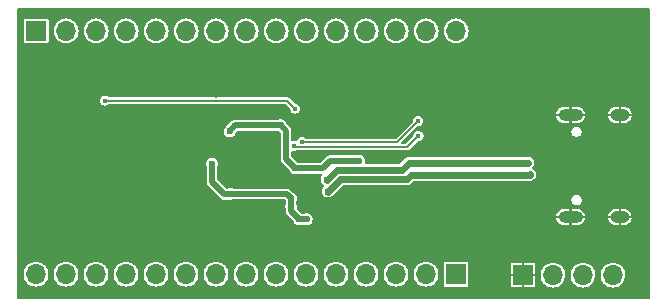
<source format=gbr>
%TF.GenerationSoftware,KiCad,Pcbnew,8.0.8*%
%TF.CreationDate,2025-01-31T11:20:25+01:00*%
%TF.ProjectId,RP2040_Template,52503230-3430-45f5-9465-6d706c617465,rev?*%
%TF.SameCoordinates,Original*%
%TF.FileFunction,Copper,L2,Bot*%
%TF.FilePolarity,Positive*%
%FSLAX46Y46*%
G04 Gerber Fmt 4.6, Leading zero omitted, Abs format (unit mm)*
G04 Created by KiCad (PCBNEW 8.0.8) date 2025-01-31 11:20:25*
%MOMM*%
%LPD*%
G01*
G04 APERTURE LIST*
%TA.AperFunction,HeatsinkPad*%
%ADD10O,2.100000X1.000000*%
%TD*%
%TA.AperFunction,HeatsinkPad*%
%ADD11O,1.600000X1.000000*%
%TD*%
%TA.AperFunction,ComponentPad*%
%ADD12R,1.700000X1.700000*%
%TD*%
%TA.AperFunction,ComponentPad*%
%ADD13O,1.700000X1.700000*%
%TD*%
%TA.AperFunction,ViaPad*%
%ADD14C,0.650000*%
%TD*%
%TA.AperFunction,ViaPad*%
%ADD15C,0.600000*%
%TD*%
%TA.AperFunction,ViaPad*%
%ADD16C,0.450000*%
%TD*%
%TA.AperFunction,Conductor*%
%ADD17C,0.500000*%
%TD*%
%TA.AperFunction,Conductor*%
%ADD18C,0.150000*%
%TD*%
%TA.AperFunction,Conductor*%
%ADD19C,0.600000*%
%TD*%
G04 APERTURE END LIST*
D10*
%TO.P,J3,S1,SHIELD*%
%TO.N,GND*%
X133970000Y-94950000D03*
D11*
X138150000Y-94950000D03*
D10*
X133970000Y-86310000D03*
D11*
X138150000Y-86310000D03*
%TD*%
D12*
%TO.P,J5,1,Pin_1*%
%TO.N,GND*%
X129940000Y-99870000D03*
D13*
%TO.P,J5,2,Pin_2*%
%TO.N,3.3V*%
X132480000Y-99870000D03*
%TO.P,J5,3,Pin_3*%
%TO.N,VIN*%
X135020000Y-99870000D03*
%TO.P,J5,4,Pin_4*%
%TO.N,RAW*%
X137560000Y-99870000D03*
%TD*%
D12*
%TO.P,J2,1,Pin_1*%
%TO.N,A3*%
X124270000Y-99800000D03*
D13*
%TO.P,J2,2,Pin_2*%
%TO.N,A2*%
X121730000Y-99800000D03*
%TO.P,J2,3,Pin_3*%
%TO.N,A1*%
X119190000Y-99800000D03*
%TO.P,J2,4,Pin_4*%
%TO.N,A0*%
X116650000Y-99800000D03*
%TO.P,J2,5,Pin_5*%
%TO.N,D25*%
X114110000Y-99800000D03*
%TO.P,J2,6,Pin_6*%
%TO.N,D24*%
X111570000Y-99800000D03*
%TO.P,J2,7,Pin_7*%
%TO.N,D23*%
X109030000Y-99800000D03*
%TO.P,J2,8,Pin_8*%
%TO.N,D22*%
X106490000Y-99800000D03*
%TO.P,J2,9,Pin_9*%
%TO.N,D21*%
X103950000Y-99800000D03*
%TO.P,J2,10,Pin_10*%
%TO.N,D20*%
X101410000Y-99800000D03*
%TO.P,J2,11,Pin_11*%
%TO.N,D19*%
X98870000Y-99800000D03*
%TO.P,J2,12,Pin_12*%
%TO.N,D18*%
X96330000Y-99800000D03*
%TO.P,J2,13,Pin_13*%
%TO.N,D17*%
X93790000Y-99800000D03*
%TO.P,J2,14,Pin_14*%
%TO.N,D16*%
X91250000Y-99800000D03*
%TO.P,J2,15,Pin_15*%
%TO.N,D15*%
X88710000Y-99800000D03*
%TD*%
D12*
%TO.P,J1,1,Pin_1*%
%TO.N,D14*%
X88720000Y-79200000D03*
D13*
%TO.P,J1,2,Pin_2*%
%TO.N,D13*%
X91260000Y-79200000D03*
%TO.P,J1,3,Pin_3*%
%TO.N,D12*%
X93800000Y-79200000D03*
%TO.P,J1,4,Pin_4*%
%TO.N,D11*%
X96340000Y-79200000D03*
%TO.P,J1,5,Pin_5*%
%TO.N,D10*%
X98880000Y-79200000D03*
%TO.P,J1,6,Pin_6*%
%TO.N,D9*%
X101420000Y-79200000D03*
%TO.P,J1,7,Pin_7*%
%TO.N,D8*%
X103960000Y-79200000D03*
%TO.P,J1,8,Pin_8*%
%TO.N,D7*%
X106500000Y-79200000D03*
%TO.P,J1,9,Pin_9*%
%TO.N,D6*%
X109040000Y-79200000D03*
%TO.P,J1,10,Pin_10*%
%TO.N,D5*%
X111580000Y-79200000D03*
%TO.P,J1,11,Pin_11*%
%TO.N,D4*%
X114120000Y-79200000D03*
%TO.P,J1,12,Pin_12*%
%TO.N,D3*%
X116660000Y-79200000D03*
%TO.P,J1,13,Pin_13*%
%TO.N,D2*%
X119200000Y-79200000D03*
%TO.P,J1,14,Pin_14*%
%TO.N,D1*%
X121740000Y-79200000D03*
%TO.P,J1,15,Pin_15*%
%TO.N,D0*%
X124280000Y-79200000D03*
%TD*%
D14*
%TO.N,GND*%
X113360000Y-86410000D03*
X97875200Y-92514000D03*
X106085200Y-88234000D03*
X108315200Y-89654000D03*
X108305200Y-88224000D03*
D15*
X103855200Y-88114000D03*
D14*
X113275200Y-93754000D03*
X103795200Y-89494000D03*
X103965200Y-84564000D03*
D15*
%TO.N,3.3V*%
X105100000Y-87704092D03*
X105160200Y-92991200D03*
X103604200Y-90450000D03*
X114465000Y-90175000D03*
X111631200Y-95150000D03*
X116045000Y-90175000D03*
X111000000Y-95150000D03*
X109430200Y-87199000D03*
X110305200Y-93374000D03*
X115275000Y-90175000D03*
X110305200Y-94044000D03*
X110655200Y-90824000D03*
D16*
%TO.N,/RP2040/USB_D-*%
X130575000Y-91350000D03*
D15*
X113410200Y-92799000D03*
%TO.N,/RP2040/USB_D+*%
X113305200Y-91784000D03*
D16*
X130375000Y-90350000D03*
%TO.N,/RP2040/QSPI_SCLK*%
X111200000Y-88620000D03*
X121050000Y-86815000D03*
%TO.N,/RP2040/QSPI_SD0*%
X121090000Y-88085000D03*
X110520000Y-88950000D03*
%TO.N,BOOT_SEL*%
X94530000Y-85099000D03*
X110670000Y-85780000D03*
%TD*%
D17*
%TO.N,3.3V*%
X110655200Y-90824000D02*
X112976000Y-90824000D01*
D18*
X105019892Y-87784200D02*
X105100000Y-87704092D01*
D17*
X109430200Y-87199000D02*
X105542200Y-87199000D01*
X110655200Y-90824000D02*
X109885200Y-90054000D01*
X104630200Y-93024000D02*
X105127400Y-93024000D01*
X111000000Y-95150000D02*
X110305200Y-94455200D01*
X103604200Y-90450000D02*
X103605200Y-90451000D01*
X115275000Y-90175000D02*
X116045000Y-90175000D01*
X103605200Y-90451000D02*
X103605200Y-91999000D01*
X109885200Y-90054000D02*
X109885200Y-87654000D01*
X105168000Y-92999000D02*
X109930200Y-92999000D01*
X109885200Y-87654000D02*
X109430200Y-87199000D01*
X112976000Y-90824000D02*
X113625000Y-90175000D01*
X105100000Y-87641200D02*
X105100000Y-87704092D01*
X110305200Y-94455200D02*
X110305200Y-94044000D01*
X105160200Y-92991200D02*
X105168000Y-92999000D01*
X105127400Y-93024000D02*
X105160200Y-92991200D01*
X111000000Y-95150000D02*
X111631200Y-95150000D01*
X110305200Y-93374000D02*
X110305200Y-94044000D01*
X105542200Y-87199000D02*
X105100000Y-87641200D01*
X109930200Y-92999000D02*
X110305200Y-93374000D01*
X103605200Y-91999000D02*
X104630200Y-93024000D01*
X113625000Y-90175000D02*
X115275000Y-90175000D01*
D19*
%TO.N,/RP2040/USB_D-*%
X114445200Y-91764000D02*
X120086000Y-91764000D01*
X113410200Y-92799000D02*
X114445200Y-91764000D01*
X130550000Y-91375000D02*
X130575000Y-91350000D01*
X120086000Y-91764000D02*
X120475000Y-91375000D01*
X120475000Y-91375000D02*
X130550000Y-91375000D01*
%TO.N,/RP2040/USB_D+*%
X119735200Y-90944000D02*
X114155200Y-90944000D01*
X114155200Y-90944000D02*
X113315200Y-91784000D01*
X113315200Y-91784000D02*
X113305200Y-91784000D01*
X130375000Y-90350000D02*
X120329200Y-90350000D01*
X120329200Y-90350000D02*
X119735200Y-90944000D01*
D18*
%TO.N,/RP2040/QSPI_SCLK*%
X119245000Y-88620000D02*
X121050000Y-86815000D01*
X111200000Y-88620000D02*
X119245000Y-88620000D01*
%TO.N,/RP2040/QSPI_SD0*%
X110600000Y-89030000D02*
X120145000Y-89030000D01*
X120145000Y-89030000D02*
X121090000Y-88085000D01*
X110520000Y-88950000D02*
X110600000Y-89030000D01*
%TO.N,BOOT_SEL*%
X109989000Y-85099000D02*
X110670000Y-85780000D01*
X94530000Y-85099000D02*
X109989000Y-85099000D01*
%TD*%
%TA.AperFunction,Conductor*%
%TO.N,GND*%
G36*
X140638691Y-77299407D02*
G01*
X140674655Y-77348907D01*
X140679500Y-77379500D01*
X140679500Y-101780500D01*
X140660593Y-101838691D01*
X140611093Y-101874655D01*
X140580500Y-101879500D01*
X87179500Y-101879500D01*
X87121309Y-101860593D01*
X87085345Y-101811093D01*
X87080500Y-101780500D01*
X87080500Y-99799996D01*
X87654417Y-99799996D01*
X87654417Y-99800003D01*
X87674698Y-100005929D01*
X87674699Y-100005934D01*
X87734768Y-100203954D01*
X87832316Y-100386452D01*
X87963585Y-100546404D01*
X87963590Y-100546410D01*
X87963595Y-100546414D01*
X88123547Y-100677683D01*
X88123548Y-100677683D01*
X88123550Y-100677685D01*
X88306046Y-100775232D01*
X88443997Y-100817078D01*
X88504065Y-100835300D01*
X88504070Y-100835301D01*
X88709997Y-100855583D01*
X88710000Y-100855583D01*
X88710003Y-100855583D01*
X88915929Y-100835301D01*
X88915934Y-100835300D01*
X89113954Y-100775232D01*
X89296450Y-100677685D01*
X89456410Y-100546410D01*
X89587685Y-100386450D01*
X89685232Y-100203954D01*
X89745300Y-100005934D01*
X89745301Y-100005929D01*
X89765583Y-99800003D01*
X89765583Y-99799996D01*
X90194417Y-99799996D01*
X90194417Y-99800003D01*
X90214698Y-100005929D01*
X90214699Y-100005934D01*
X90274768Y-100203954D01*
X90372316Y-100386452D01*
X90503585Y-100546404D01*
X90503590Y-100546410D01*
X90503595Y-100546414D01*
X90663547Y-100677683D01*
X90663548Y-100677683D01*
X90663550Y-100677685D01*
X90846046Y-100775232D01*
X90983997Y-100817078D01*
X91044065Y-100835300D01*
X91044070Y-100835301D01*
X91249997Y-100855583D01*
X91250000Y-100855583D01*
X91250003Y-100855583D01*
X91455929Y-100835301D01*
X91455934Y-100835300D01*
X91653954Y-100775232D01*
X91836450Y-100677685D01*
X91996410Y-100546410D01*
X92127685Y-100386450D01*
X92225232Y-100203954D01*
X92285300Y-100005934D01*
X92285301Y-100005929D01*
X92305583Y-99800003D01*
X92305583Y-99799996D01*
X92734417Y-99799996D01*
X92734417Y-99800003D01*
X92754698Y-100005929D01*
X92754699Y-100005934D01*
X92814768Y-100203954D01*
X92912316Y-100386452D01*
X93043585Y-100546404D01*
X93043590Y-100546410D01*
X93043595Y-100546414D01*
X93203547Y-100677683D01*
X93203548Y-100677683D01*
X93203550Y-100677685D01*
X93386046Y-100775232D01*
X93523997Y-100817078D01*
X93584065Y-100835300D01*
X93584070Y-100835301D01*
X93789997Y-100855583D01*
X93790000Y-100855583D01*
X93790003Y-100855583D01*
X93995929Y-100835301D01*
X93995934Y-100835300D01*
X94193954Y-100775232D01*
X94376450Y-100677685D01*
X94536410Y-100546410D01*
X94667685Y-100386450D01*
X94765232Y-100203954D01*
X94825300Y-100005934D01*
X94825301Y-100005929D01*
X94845583Y-99800003D01*
X94845583Y-99799996D01*
X95274417Y-99799996D01*
X95274417Y-99800003D01*
X95294698Y-100005929D01*
X95294699Y-100005934D01*
X95354768Y-100203954D01*
X95452316Y-100386452D01*
X95583585Y-100546404D01*
X95583590Y-100546410D01*
X95583595Y-100546414D01*
X95743547Y-100677683D01*
X95743548Y-100677683D01*
X95743550Y-100677685D01*
X95926046Y-100775232D01*
X96063997Y-100817078D01*
X96124065Y-100835300D01*
X96124070Y-100835301D01*
X96329997Y-100855583D01*
X96330000Y-100855583D01*
X96330003Y-100855583D01*
X96535929Y-100835301D01*
X96535934Y-100835300D01*
X96733954Y-100775232D01*
X96916450Y-100677685D01*
X97076410Y-100546410D01*
X97207685Y-100386450D01*
X97305232Y-100203954D01*
X97365300Y-100005934D01*
X97365301Y-100005929D01*
X97385583Y-99800003D01*
X97385583Y-99799996D01*
X97814417Y-99799996D01*
X97814417Y-99800003D01*
X97834698Y-100005929D01*
X97834699Y-100005934D01*
X97894768Y-100203954D01*
X97992316Y-100386452D01*
X98123585Y-100546404D01*
X98123590Y-100546410D01*
X98123595Y-100546414D01*
X98283547Y-100677683D01*
X98283548Y-100677683D01*
X98283550Y-100677685D01*
X98466046Y-100775232D01*
X98603997Y-100817078D01*
X98664065Y-100835300D01*
X98664070Y-100835301D01*
X98869997Y-100855583D01*
X98870000Y-100855583D01*
X98870003Y-100855583D01*
X99075929Y-100835301D01*
X99075934Y-100835300D01*
X99273954Y-100775232D01*
X99456450Y-100677685D01*
X99616410Y-100546410D01*
X99747685Y-100386450D01*
X99845232Y-100203954D01*
X99905300Y-100005934D01*
X99905301Y-100005929D01*
X99925583Y-99800003D01*
X99925583Y-99799996D01*
X100354417Y-99799996D01*
X100354417Y-99800003D01*
X100374698Y-100005929D01*
X100374699Y-100005934D01*
X100434768Y-100203954D01*
X100532316Y-100386452D01*
X100663585Y-100546404D01*
X100663590Y-100546410D01*
X100663595Y-100546414D01*
X100823547Y-100677683D01*
X100823548Y-100677683D01*
X100823550Y-100677685D01*
X101006046Y-100775232D01*
X101143997Y-100817078D01*
X101204065Y-100835300D01*
X101204070Y-100835301D01*
X101409997Y-100855583D01*
X101410000Y-100855583D01*
X101410003Y-100855583D01*
X101615929Y-100835301D01*
X101615934Y-100835300D01*
X101813954Y-100775232D01*
X101996450Y-100677685D01*
X102156410Y-100546410D01*
X102287685Y-100386450D01*
X102385232Y-100203954D01*
X102445300Y-100005934D01*
X102445301Y-100005929D01*
X102465583Y-99800003D01*
X102465583Y-99799996D01*
X102894417Y-99799996D01*
X102894417Y-99800003D01*
X102914698Y-100005929D01*
X102914699Y-100005934D01*
X102974768Y-100203954D01*
X103072316Y-100386452D01*
X103203585Y-100546404D01*
X103203590Y-100546410D01*
X103203595Y-100546414D01*
X103363547Y-100677683D01*
X103363548Y-100677683D01*
X103363550Y-100677685D01*
X103546046Y-100775232D01*
X103683997Y-100817078D01*
X103744065Y-100835300D01*
X103744070Y-100835301D01*
X103949997Y-100855583D01*
X103950000Y-100855583D01*
X103950003Y-100855583D01*
X104155929Y-100835301D01*
X104155934Y-100835300D01*
X104353954Y-100775232D01*
X104536450Y-100677685D01*
X104696410Y-100546410D01*
X104827685Y-100386450D01*
X104925232Y-100203954D01*
X104985300Y-100005934D01*
X104985301Y-100005929D01*
X105005583Y-99800003D01*
X105005583Y-99799996D01*
X105434417Y-99799996D01*
X105434417Y-99800003D01*
X105454698Y-100005929D01*
X105454699Y-100005934D01*
X105514768Y-100203954D01*
X105612316Y-100386452D01*
X105743585Y-100546404D01*
X105743590Y-100546410D01*
X105743595Y-100546414D01*
X105903547Y-100677683D01*
X105903548Y-100677683D01*
X105903550Y-100677685D01*
X106086046Y-100775232D01*
X106223997Y-100817078D01*
X106284065Y-100835300D01*
X106284070Y-100835301D01*
X106489997Y-100855583D01*
X106490000Y-100855583D01*
X106490003Y-100855583D01*
X106695929Y-100835301D01*
X106695934Y-100835300D01*
X106893954Y-100775232D01*
X107076450Y-100677685D01*
X107236410Y-100546410D01*
X107367685Y-100386450D01*
X107465232Y-100203954D01*
X107525300Y-100005934D01*
X107525301Y-100005929D01*
X107545583Y-99800003D01*
X107545583Y-99799996D01*
X107974417Y-99799996D01*
X107974417Y-99800003D01*
X107994698Y-100005929D01*
X107994699Y-100005934D01*
X108054768Y-100203954D01*
X108152316Y-100386452D01*
X108283585Y-100546404D01*
X108283590Y-100546410D01*
X108283595Y-100546414D01*
X108443547Y-100677683D01*
X108443548Y-100677683D01*
X108443550Y-100677685D01*
X108626046Y-100775232D01*
X108763997Y-100817078D01*
X108824065Y-100835300D01*
X108824070Y-100835301D01*
X109029997Y-100855583D01*
X109030000Y-100855583D01*
X109030003Y-100855583D01*
X109235929Y-100835301D01*
X109235934Y-100835300D01*
X109433954Y-100775232D01*
X109616450Y-100677685D01*
X109776410Y-100546410D01*
X109907685Y-100386450D01*
X110005232Y-100203954D01*
X110065300Y-100005934D01*
X110065301Y-100005929D01*
X110085583Y-99800003D01*
X110085583Y-99799996D01*
X110514417Y-99799996D01*
X110514417Y-99800003D01*
X110534698Y-100005929D01*
X110534699Y-100005934D01*
X110594768Y-100203954D01*
X110692316Y-100386452D01*
X110823585Y-100546404D01*
X110823590Y-100546410D01*
X110823595Y-100546414D01*
X110983547Y-100677683D01*
X110983548Y-100677683D01*
X110983550Y-100677685D01*
X111166046Y-100775232D01*
X111303997Y-100817078D01*
X111364065Y-100835300D01*
X111364070Y-100835301D01*
X111569997Y-100855583D01*
X111570000Y-100855583D01*
X111570003Y-100855583D01*
X111775929Y-100835301D01*
X111775934Y-100835300D01*
X111973954Y-100775232D01*
X112156450Y-100677685D01*
X112316410Y-100546410D01*
X112447685Y-100386450D01*
X112545232Y-100203954D01*
X112605300Y-100005934D01*
X112605301Y-100005929D01*
X112625583Y-99800003D01*
X112625583Y-99799996D01*
X113054417Y-99799996D01*
X113054417Y-99800003D01*
X113074698Y-100005929D01*
X113074699Y-100005934D01*
X113134768Y-100203954D01*
X113232316Y-100386452D01*
X113363585Y-100546404D01*
X113363590Y-100546410D01*
X113363595Y-100546414D01*
X113523547Y-100677683D01*
X113523548Y-100677683D01*
X113523550Y-100677685D01*
X113706046Y-100775232D01*
X113843997Y-100817078D01*
X113904065Y-100835300D01*
X113904070Y-100835301D01*
X114109997Y-100855583D01*
X114110000Y-100855583D01*
X114110003Y-100855583D01*
X114315929Y-100835301D01*
X114315934Y-100835300D01*
X114513954Y-100775232D01*
X114696450Y-100677685D01*
X114856410Y-100546410D01*
X114987685Y-100386450D01*
X115085232Y-100203954D01*
X115145300Y-100005934D01*
X115145301Y-100005929D01*
X115165583Y-99800003D01*
X115165583Y-99799996D01*
X115594417Y-99799996D01*
X115594417Y-99800003D01*
X115614698Y-100005929D01*
X115614699Y-100005934D01*
X115674768Y-100203954D01*
X115772316Y-100386452D01*
X115903585Y-100546404D01*
X115903590Y-100546410D01*
X115903595Y-100546414D01*
X116063547Y-100677683D01*
X116063548Y-100677683D01*
X116063550Y-100677685D01*
X116246046Y-100775232D01*
X116383997Y-100817078D01*
X116444065Y-100835300D01*
X116444070Y-100835301D01*
X116649997Y-100855583D01*
X116650000Y-100855583D01*
X116650003Y-100855583D01*
X116855929Y-100835301D01*
X116855934Y-100835300D01*
X117053954Y-100775232D01*
X117236450Y-100677685D01*
X117396410Y-100546410D01*
X117527685Y-100386450D01*
X117625232Y-100203954D01*
X117685300Y-100005934D01*
X117685301Y-100005929D01*
X117705583Y-99800003D01*
X117705583Y-99799996D01*
X118134417Y-99799996D01*
X118134417Y-99800003D01*
X118154698Y-100005929D01*
X118154699Y-100005934D01*
X118214768Y-100203954D01*
X118312316Y-100386452D01*
X118443585Y-100546404D01*
X118443590Y-100546410D01*
X118443595Y-100546414D01*
X118603547Y-100677683D01*
X118603548Y-100677683D01*
X118603550Y-100677685D01*
X118786046Y-100775232D01*
X118923997Y-100817078D01*
X118984065Y-100835300D01*
X118984070Y-100835301D01*
X119189997Y-100855583D01*
X119190000Y-100855583D01*
X119190003Y-100855583D01*
X119395929Y-100835301D01*
X119395934Y-100835300D01*
X119593954Y-100775232D01*
X119776450Y-100677685D01*
X119936410Y-100546410D01*
X120067685Y-100386450D01*
X120165232Y-100203954D01*
X120225300Y-100005934D01*
X120225301Y-100005929D01*
X120245583Y-99800003D01*
X120245583Y-99799996D01*
X120674417Y-99799996D01*
X120674417Y-99800003D01*
X120694698Y-100005929D01*
X120694699Y-100005934D01*
X120754768Y-100203954D01*
X120852316Y-100386452D01*
X120983585Y-100546404D01*
X120983590Y-100546410D01*
X120983595Y-100546414D01*
X121143547Y-100677683D01*
X121143548Y-100677683D01*
X121143550Y-100677685D01*
X121326046Y-100775232D01*
X121463997Y-100817078D01*
X121524065Y-100835300D01*
X121524070Y-100835301D01*
X121729997Y-100855583D01*
X121730000Y-100855583D01*
X121730003Y-100855583D01*
X121935929Y-100835301D01*
X121935934Y-100835300D01*
X122133954Y-100775232D01*
X122316450Y-100677685D01*
X122476410Y-100546410D01*
X122607685Y-100386450D01*
X122705232Y-100203954D01*
X122765300Y-100005934D01*
X122765301Y-100005929D01*
X122785583Y-99800003D01*
X122785583Y-99799996D01*
X122765301Y-99594070D01*
X122765300Y-99594065D01*
X122726466Y-99466046D01*
X122705232Y-99396046D01*
X122607685Y-99213550D01*
X122476410Y-99053590D01*
X122411478Y-99000302D01*
X122326123Y-98930253D01*
X123219500Y-98930253D01*
X123219500Y-100669746D01*
X123219501Y-100669758D01*
X123231132Y-100728227D01*
X123231134Y-100728233D01*
X123275445Y-100794548D01*
X123275448Y-100794552D01*
X123341769Y-100838867D01*
X123386231Y-100847711D01*
X123400241Y-100850498D01*
X123400246Y-100850498D01*
X123400252Y-100850500D01*
X123400253Y-100850500D01*
X125139747Y-100850500D01*
X125139748Y-100850500D01*
X125198231Y-100838867D01*
X125264552Y-100794552D01*
X125308867Y-100728231D01*
X125320500Y-100669748D01*
X125320500Y-99000299D01*
X128890000Y-99000299D01*
X128890000Y-99769999D01*
X128890001Y-99770000D01*
X129449157Y-99770000D01*
X129440000Y-99804174D01*
X129440000Y-99935826D01*
X129449157Y-99970000D01*
X128890001Y-99970000D01*
X128890000Y-99970001D01*
X128890000Y-100739700D01*
X128901603Y-100798036D01*
X128945806Y-100864189D01*
X128945810Y-100864193D01*
X129011963Y-100908396D01*
X129070299Y-100919999D01*
X129070303Y-100920000D01*
X129839999Y-100920000D01*
X129840000Y-100919999D01*
X129840000Y-100360842D01*
X129874174Y-100370000D01*
X130005826Y-100370000D01*
X130040000Y-100360842D01*
X130040000Y-100919999D01*
X130040001Y-100920000D01*
X130809697Y-100920000D01*
X130809700Y-100919999D01*
X130868036Y-100908396D01*
X130934189Y-100864193D01*
X130934193Y-100864189D01*
X130978396Y-100798036D01*
X130989999Y-100739700D01*
X130990000Y-100739697D01*
X130990000Y-99970001D01*
X130989999Y-99970000D01*
X130430843Y-99970000D01*
X130440000Y-99935826D01*
X130440000Y-99869996D01*
X131424417Y-99869996D01*
X131424417Y-99870003D01*
X131444698Y-100075929D01*
X131444699Y-100075934D01*
X131504768Y-100273954D01*
X131602316Y-100456452D01*
X131676138Y-100546404D01*
X131733590Y-100616410D01*
X131733595Y-100616414D01*
X131893547Y-100747683D01*
X131893548Y-100747683D01*
X131893550Y-100747685D01*
X132076046Y-100845232D01*
X132213997Y-100887078D01*
X132274065Y-100905300D01*
X132274070Y-100905301D01*
X132479997Y-100925583D01*
X132480000Y-100925583D01*
X132480003Y-100925583D01*
X132685929Y-100905301D01*
X132685934Y-100905300D01*
X132883954Y-100845232D01*
X133066450Y-100747685D01*
X133226410Y-100616410D01*
X133357685Y-100456450D01*
X133455232Y-100273954D01*
X133515300Y-100075934D01*
X133515301Y-100075929D01*
X133535583Y-99870003D01*
X133535583Y-99869996D01*
X133964417Y-99869996D01*
X133964417Y-99870003D01*
X133984698Y-100075929D01*
X133984699Y-100075934D01*
X134044768Y-100273954D01*
X134142316Y-100456452D01*
X134216138Y-100546404D01*
X134273590Y-100616410D01*
X134273595Y-100616414D01*
X134433547Y-100747683D01*
X134433548Y-100747683D01*
X134433550Y-100747685D01*
X134616046Y-100845232D01*
X134753997Y-100887078D01*
X134814065Y-100905300D01*
X134814070Y-100905301D01*
X135019997Y-100925583D01*
X135020000Y-100925583D01*
X135020003Y-100925583D01*
X135225929Y-100905301D01*
X135225934Y-100905300D01*
X135423954Y-100845232D01*
X135606450Y-100747685D01*
X135766410Y-100616410D01*
X135897685Y-100456450D01*
X135995232Y-100273954D01*
X136055300Y-100075934D01*
X136055301Y-100075929D01*
X136075583Y-99870003D01*
X136075583Y-99869996D01*
X136504417Y-99869996D01*
X136504417Y-99870003D01*
X136524698Y-100075929D01*
X136524699Y-100075934D01*
X136584768Y-100273954D01*
X136682316Y-100456452D01*
X136756138Y-100546404D01*
X136813590Y-100616410D01*
X136813595Y-100616414D01*
X136973547Y-100747683D01*
X136973548Y-100747683D01*
X136973550Y-100747685D01*
X137156046Y-100845232D01*
X137293997Y-100887078D01*
X137354065Y-100905300D01*
X137354070Y-100905301D01*
X137559997Y-100925583D01*
X137560000Y-100925583D01*
X137560003Y-100925583D01*
X137765929Y-100905301D01*
X137765934Y-100905300D01*
X137963954Y-100845232D01*
X138146450Y-100747685D01*
X138306410Y-100616410D01*
X138437685Y-100456450D01*
X138535232Y-100273954D01*
X138595300Y-100075934D01*
X138595301Y-100075929D01*
X138615583Y-99870003D01*
X138615583Y-99869996D01*
X138595301Y-99664070D01*
X138595300Y-99664065D01*
X138536401Y-99469901D01*
X138535232Y-99466046D01*
X138437685Y-99283550D01*
X138380235Y-99213547D01*
X138306414Y-99123595D01*
X138306410Y-99123590D01*
X138306404Y-99123585D01*
X138146452Y-98992316D01*
X137963954Y-98894768D01*
X137765934Y-98834699D01*
X137765929Y-98834698D01*
X137560003Y-98814417D01*
X137559997Y-98814417D01*
X137354070Y-98834698D01*
X137354065Y-98834699D01*
X137156045Y-98894768D01*
X136973547Y-98992316D01*
X136813595Y-99123585D01*
X136813585Y-99123595D01*
X136682316Y-99283547D01*
X136584768Y-99466045D01*
X136524699Y-99664065D01*
X136524698Y-99664070D01*
X136504417Y-99869996D01*
X136075583Y-99869996D01*
X136055301Y-99664070D01*
X136055300Y-99664065D01*
X135996401Y-99469901D01*
X135995232Y-99466046D01*
X135897685Y-99283550D01*
X135840235Y-99213547D01*
X135766414Y-99123595D01*
X135766410Y-99123590D01*
X135766404Y-99123585D01*
X135606452Y-98992316D01*
X135423954Y-98894768D01*
X135225934Y-98834699D01*
X135225929Y-98834698D01*
X135020003Y-98814417D01*
X135019997Y-98814417D01*
X134814070Y-98834698D01*
X134814065Y-98834699D01*
X134616045Y-98894768D01*
X134433547Y-98992316D01*
X134273595Y-99123585D01*
X134273585Y-99123595D01*
X134142316Y-99283547D01*
X134044768Y-99466045D01*
X133984699Y-99664065D01*
X133984698Y-99664070D01*
X133964417Y-99869996D01*
X133535583Y-99869996D01*
X133515301Y-99664070D01*
X133515300Y-99664065D01*
X133456401Y-99469901D01*
X133455232Y-99466046D01*
X133357685Y-99283550D01*
X133300235Y-99213547D01*
X133226414Y-99123595D01*
X133226410Y-99123590D01*
X133226404Y-99123585D01*
X133066452Y-98992316D01*
X132883954Y-98894768D01*
X132685934Y-98834699D01*
X132685929Y-98834698D01*
X132480003Y-98814417D01*
X132479997Y-98814417D01*
X132274070Y-98834698D01*
X132274065Y-98834699D01*
X132076045Y-98894768D01*
X131893547Y-98992316D01*
X131733595Y-99123585D01*
X131733585Y-99123595D01*
X131602316Y-99283547D01*
X131504768Y-99466045D01*
X131444699Y-99664065D01*
X131444698Y-99664070D01*
X131424417Y-99869996D01*
X130440000Y-99869996D01*
X130440000Y-99804174D01*
X130430843Y-99770000D01*
X130989999Y-99770000D01*
X130990000Y-99769999D01*
X130990000Y-99000302D01*
X130989999Y-99000299D01*
X130978396Y-98941963D01*
X130934193Y-98875810D01*
X130934189Y-98875806D01*
X130868036Y-98831603D01*
X130809700Y-98820000D01*
X130040001Y-98820000D01*
X130040000Y-98820001D01*
X130040000Y-99379157D01*
X130005826Y-99370000D01*
X129874174Y-99370000D01*
X129840000Y-99379157D01*
X129840000Y-98820001D01*
X129839999Y-98820000D01*
X129070299Y-98820000D01*
X129011963Y-98831603D01*
X128945810Y-98875806D01*
X128945806Y-98875810D01*
X128901603Y-98941963D01*
X128890000Y-99000299D01*
X125320500Y-99000299D01*
X125320500Y-98930252D01*
X125318921Y-98922316D01*
X125313442Y-98894768D01*
X125308867Y-98871769D01*
X125264552Y-98805448D01*
X125264548Y-98805445D01*
X125198233Y-98761134D01*
X125198231Y-98761133D01*
X125198228Y-98761132D01*
X125198227Y-98761132D01*
X125139758Y-98749501D01*
X125139748Y-98749500D01*
X123400252Y-98749500D01*
X123400251Y-98749500D01*
X123400241Y-98749501D01*
X123341772Y-98761132D01*
X123341766Y-98761134D01*
X123275451Y-98805445D01*
X123275445Y-98805451D01*
X123231134Y-98871766D01*
X123231132Y-98871772D01*
X123219501Y-98930241D01*
X123219500Y-98930253D01*
X122326123Y-98930253D01*
X122316452Y-98922316D01*
X122133954Y-98824768D01*
X121935934Y-98764699D01*
X121935929Y-98764698D01*
X121730003Y-98744417D01*
X121729997Y-98744417D01*
X121524070Y-98764698D01*
X121524065Y-98764699D01*
X121326045Y-98824768D01*
X121143547Y-98922316D01*
X120983595Y-99053585D01*
X120983585Y-99053595D01*
X120852316Y-99213547D01*
X120754768Y-99396045D01*
X120694699Y-99594065D01*
X120694698Y-99594070D01*
X120674417Y-99799996D01*
X120245583Y-99799996D01*
X120225301Y-99594070D01*
X120225300Y-99594065D01*
X120186466Y-99466046D01*
X120165232Y-99396046D01*
X120067685Y-99213550D01*
X119936410Y-99053590D01*
X119871478Y-99000302D01*
X119776452Y-98922316D01*
X119593954Y-98824768D01*
X119395934Y-98764699D01*
X119395929Y-98764698D01*
X119190003Y-98744417D01*
X119189997Y-98744417D01*
X118984070Y-98764698D01*
X118984065Y-98764699D01*
X118786045Y-98824768D01*
X118603547Y-98922316D01*
X118443595Y-99053585D01*
X118443585Y-99053595D01*
X118312316Y-99213547D01*
X118214768Y-99396045D01*
X118154699Y-99594065D01*
X118154698Y-99594070D01*
X118134417Y-99799996D01*
X117705583Y-99799996D01*
X117685301Y-99594070D01*
X117685300Y-99594065D01*
X117646466Y-99466046D01*
X117625232Y-99396046D01*
X117527685Y-99213550D01*
X117396410Y-99053590D01*
X117331478Y-99000302D01*
X117236452Y-98922316D01*
X117053954Y-98824768D01*
X116855934Y-98764699D01*
X116855929Y-98764698D01*
X116650003Y-98744417D01*
X116649997Y-98744417D01*
X116444070Y-98764698D01*
X116444065Y-98764699D01*
X116246045Y-98824768D01*
X116063547Y-98922316D01*
X115903595Y-99053585D01*
X115903585Y-99053595D01*
X115772316Y-99213547D01*
X115674768Y-99396045D01*
X115614699Y-99594065D01*
X115614698Y-99594070D01*
X115594417Y-99799996D01*
X115165583Y-99799996D01*
X115145301Y-99594070D01*
X115145300Y-99594065D01*
X115106466Y-99466046D01*
X115085232Y-99396046D01*
X114987685Y-99213550D01*
X114856410Y-99053590D01*
X114791478Y-99000302D01*
X114696452Y-98922316D01*
X114513954Y-98824768D01*
X114315934Y-98764699D01*
X114315929Y-98764698D01*
X114110003Y-98744417D01*
X114109997Y-98744417D01*
X113904070Y-98764698D01*
X113904065Y-98764699D01*
X113706045Y-98824768D01*
X113523547Y-98922316D01*
X113363595Y-99053585D01*
X113363585Y-99053595D01*
X113232316Y-99213547D01*
X113134768Y-99396045D01*
X113074699Y-99594065D01*
X113074698Y-99594070D01*
X113054417Y-99799996D01*
X112625583Y-99799996D01*
X112605301Y-99594070D01*
X112605300Y-99594065D01*
X112566466Y-99466046D01*
X112545232Y-99396046D01*
X112447685Y-99213550D01*
X112316410Y-99053590D01*
X112251478Y-99000302D01*
X112156452Y-98922316D01*
X111973954Y-98824768D01*
X111775934Y-98764699D01*
X111775929Y-98764698D01*
X111570003Y-98744417D01*
X111569997Y-98744417D01*
X111364070Y-98764698D01*
X111364065Y-98764699D01*
X111166045Y-98824768D01*
X110983547Y-98922316D01*
X110823595Y-99053585D01*
X110823585Y-99053595D01*
X110692316Y-99213547D01*
X110594768Y-99396045D01*
X110534699Y-99594065D01*
X110534698Y-99594070D01*
X110514417Y-99799996D01*
X110085583Y-99799996D01*
X110065301Y-99594070D01*
X110065300Y-99594065D01*
X110026466Y-99466046D01*
X110005232Y-99396046D01*
X109907685Y-99213550D01*
X109776410Y-99053590D01*
X109711478Y-99000302D01*
X109616452Y-98922316D01*
X109433954Y-98824768D01*
X109235934Y-98764699D01*
X109235929Y-98764698D01*
X109030003Y-98744417D01*
X109029997Y-98744417D01*
X108824070Y-98764698D01*
X108824065Y-98764699D01*
X108626045Y-98824768D01*
X108443547Y-98922316D01*
X108283595Y-99053585D01*
X108283585Y-99053595D01*
X108152316Y-99213547D01*
X108054768Y-99396045D01*
X107994699Y-99594065D01*
X107994698Y-99594070D01*
X107974417Y-99799996D01*
X107545583Y-99799996D01*
X107525301Y-99594070D01*
X107525300Y-99594065D01*
X107486466Y-99466046D01*
X107465232Y-99396046D01*
X107367685Y-99213550D01*
X107236410Y-99053590D01*
X107171478Y-99000302D01*
X107076452Y-98922316D01*
X106893954Y-98824768D01*
X106695934Y-98764699D01*
X106695929Y-98764698D01*
X106490003Y-98744417D01*
X106489997Y-98744417D01*
X106284070Y-98764698D01*
X106284065Y-98764699D01*
X106086045Y-98824768D01*
X105903547Y-98922316D01*
X105743595Y-99053585D01*
X105743585Y-99053595D01*
X105612316Y-99213547D01*
X105514768Y-99396045D01*
X105454699Y-99594065D01*
X105454698Y-99594070D01*
X105434417Y-99799996D01*
X105005583Y-99799996D01*
X104985301Y-99594070D01*
X104985300Y-99594065D01*
X104946466Y-99466046D01*
X104925232Y-99396046D01*
X104827685Y-99213550D01*
X104696410Y-99053590D01*
X104631478Y-99000302D01*
X104536452Y-98922316D01*
X104353954Y-98824768D01*
X104155934Y-98764699D01*
X104155929Y-98764698D01*
X103950003Y-98744417D01*
X103949997Y-98744417D01*
X103744070Y-98764698D01*
X103744065Y-98764699D01*
X103546045Y-98824768D01*
X103363547Y-98922316D01*
X103203595Y-99053585D01*
X103203585Y-99053595D01*
X103072316Y-99213547D01*
X102974768Y-99396045D01*
X102914699Y-99594065D01*
X102914698Y-99594070D01*
X102894417Y-99799996D01*
X102465583Y-99799996D01*
X102445301Y-99594070D01*
X102445300Y-99594065D01*
X102406466Y-99466046D01*
X102385232Y-99396046D01*
X102287685Y-99213550D01*
X102156410Y-99053590D01*
X102091478Y-99000302D01*
X101996452Y-98922316D01*
X101813954Y-98824768D01*
X101615934Y-98764699D01*
X101615929Y-98764698D01*
X101410003Y-98744417D01*
X101409997Y-98744417D01*
X101204070Y-98764698D01*
X101204065Y-98764699D01*
X101006045Y-98824768D01*
X100823547Y-98922316D01*
X100663595Y-99053585D01*
X100663585Y-99053595D01*
X100532316Y-99213547D01*
X100434768Y-99396045D01*
X100374699Y-99594065D01*
X100374698Y-99594070D01*
X100354417Y-99799996D01*
X99925583Y-99799996D01*
X99905301Y-99594070D01*
X99905300Y-99594065D01*
X99866466Y-99466046D01*
X99845232Y-99396046D01*
X99747685Y-99213550D01*
X99616410Y-99053590D01*
X99551478Y-99000302D01*
X99456452Y-98922316D01*
X99273954Y-98824768D01*
X99075934Y-98764699D01*
X99075929Y-98764698D01*
X98870003Y-98744417D01*
X98869997Y-98744417D01*
X98664070Y-98764698D01*
X98664065Y-98764699D01*
X98466045Y-98824768D01*
X98283547Y-98922316D01*
X98123595Y-99053585D01*
X98123585Y-99053595D01*
X97992316Y-99213547D01*
X97894768Y-99396045D01*
X97834699Y-99594065D01*
X97834698Y-99594070D01*
X97814417Y-99799996D01*
X97385583Y-99799996D01*
X97365301Y-99594070D01*
X97365300Y-99594065D01*
X97326466Y-99466046D01*
X97305232Y-99396046D01*
X97207685Y-99213550D01*
X97076410Y-99053590D01*
X97011478Y-99000302D01*
X96916452Y-98922316D01*
X96733954Y-98824768D01*
X96535934Y-98764699D01*
X96535929Y-98764698D01*
X96330003Y-98744417D01*
X96329997Y-98744417D01*
X96124070Y-98764698D01*
X96124065Y-98764699D01*
X95926045Y-98824768D01*
X95743547Y-98922316D01*
X95583595Y-99053585D01*
X95583585Y-99053595D01*
X95452316Y-99213547D01*
X95354768Y-99396045D01*
X95294699Y-99594065D01*
X95294698Y-99594070D01*
X95274417Y-99799996D01*
X94845583Y-99799996D01*
X94825301Y-99594070D01*
X94825300Y-99594065D01*
X94786466Y-99466046D01*
X94765232Y-99396046D01*
X94667685Y-99213550D01*
X94536410Y-99053590D01*
X94471478Y-99000302D01*
X94376452Y-98922316D01*
X94193954Y-98824768D01*
X93995934Y-98764699D01*
X93995929Y-98764698D01*
X93790003Y-98744417D01*
X93789997Y-98744417D01*
X93584070Y-98764698D01*
X93584065Y-98764699D01*
X93386045Y-98824768D01*
X93203547Y-98922316D01*
X93043595Y-99053585D01*
X93043585Y-99053595D01*
X92912316Y-99213547D01*
X92814768Y-99396045D01*
X92754699Y-99594065D01*
X92754698Y-99594070D01*
X92734417Y-99799996D01*
X92305583Y-99799996D01*
X92285301Y-99594070D01*
X92285300Y-99594065D01*
X92246466Y-99466046D01*
X92225232Y-99396046D01*
X92127685Y-99213550D01*
X91996410Y-99053590D01*
X91931478Y-99000302D01*
X91836452Y-98922316D01*
X91653954Y-98824768D01*
X91455934Y-98764699D01*
X91455929Y-98764698D01*
X91250003Y-98744417D01*
X91249997Y-98744417D01*
X91044070Y-98764698D01*
X91044065Y-98764699D01*
X90846045Y-98824768D01*
X90663547Y-98922316D01*
X90503595Y-99053585D01*
X90503585Y-99053595D01*
X90372316Y-99213547D01*
X90274768Y-99396045D01*
X90214699Y-99594065D01*
X90214698Y-99594070D01*
X90194417Y-99799996D01*
X89765583Y-99799996D01*
X89745301Y-99594070D01*
X89745300Y-99594065D01*
X89706466Y-99466046D01*
X89685232Y-99396046D01*
X89587685Y-99213550D01*
X89456410Y-99053590D01*
X89391478Y-99000302D01*
X89296452Y-98922316D01*
X89113954Y-98824768D01*
X88915934Y-98764699D01*
X88915929Y-98764698D01*
X88710003Y-98744417D01*
X88709997Y-98744417D01*
X88504070Y-98764698D01*
X88504065Y-98764699D01*
X88306045Y-98824768D01*
X88123547Y-98922316D01*
X87963595Y-99053585D01*
X87963585Y-99053595D01*
X87832316Y-99213547D01*
X87734768Y-99396045D01*
X87674699Y-99594065D01*
X87674698Y-99594070D01*
X87654417Y-99799996D01*
X87080500Y-99799996D01*
X87080500Y-90449997D01*
X103098553Y-90449997D01*
X103098553Y-90450002D01*
X103119034Y-90592455D01*
X103145753Y-90650960D01*
X103154700Y-90692087D01*
X103154700Y-92058308D01*
X103178083Y-92145575D01*
X103178083Y-92145576D01*
X103185398Y-92172881D01*
X103185402Y-92172889D01*
X103244707Y-92275609D01*
X103244709Y-92275611D01*
X103244711Y-92275614D01*
X104353586Y-93384489D01*
X104353588Y-93384490D01*
X104353590Y-93384492D01*
X104456308Y-93443797D01*
X104456310Y-93443797D01*
X104456313Y-93443799D01*
X104477590Y-93449500D01*
X104570891Y-93474500D01*
X105015427Y-93474500D01*
X105043316Y-93478509D01*
X105088239Y-93491700D01*
X105088240Y-93491700D01*
X105232159Y-93491700D01*
X105232161Y-93491700D01*
X105362226Y-93453510D01*
X105390117Y-93449500D01*
X109702589Y-93449500D01*
X109760780Y-93468407D01*
X109772593Y-93478496D01*
X109815375Y-93521278D01*
X109835423Y-93550152D01*
X109845752Y-93572769D01*
X109854700Y-93613897D01*
X109854700Y-93804102D01*
X109845753Y-93845229D01*
X109820034Y-93901543D01*
X109799553Y-94043997D01*
X109799553Y-94044002D01*
X109820033Y-94186454D01*
X109833486Y-94215911D01*
X109845753Y-94242771D01*
X109854700Y-94283897D01*
X109854700Y-94514509D01*
X109878913Y-94604873D01*
X109878912Y-94604873D01*
X109885400Y-94629086D01*
X109885402Y-94629090D01*
X109944707Y-94731809D01*
X109944708Y-94731810D01*
X109944709Y-94731811D01*
X109944711Y-94731814D01*
X110262897Y-95050000D01*
X110510177Y-95297280D01*
X110530224Y-95326154D01*
X110574623Y-95423373D01*
X110668872Y-95532143D01*
X110668873Y-95532144D01*
X110789942Y-95609950D01*
X110789947Y-95609953D01*
X110896403Y-95641211D01*
X110928035Y-95650499D01*
X110928036Y-95650499D01*
X110928039Y-95650500D01*
X110928041Y-95650500D01*
X111071959Y-95650500D01*
X111071961Y-95650500D01*
X111210053Y-95609953D01*
X111210056Y-95609950D01*
X111211162Y-95609447D01*
X111213531Y-95608931D01*
X111216847Y-95607958D01*
X111216916Y-95608195D01*
X111252288Y-95600500D01*
X111378912Y-95600500D01*
X111414283Y-95608195D01*
X111414353Y-95607958D01*
X111417668Y-95608931D01*
X111420038Y-95609447D01*
X111421143Y-95609951D01*
X111421144Y-95609951D01*
X111421147Y-95609953D01*
X111535139Y-95643423D01*
X111559235Y-95650499D01*
X111559236Y-95650499D01*
X111559239Y-95650500D01*
X111559241Y-95650500D01*
X111703159Y-95650500D01*
X111703161Y-95650500D01*
X111841253Y-95609953D01*
X111962328Y-95532143D01*
X112056577Y-95423373D01*
X112116365Y-95292457D01*
X112136847Y-95150000D01*
X112124740Y-95065796D01*
X112116365Y-95007543D01*
X112056577Y-94876628D01*
X112056577Y-94876627D01*
X112033505Y-94850000D01*
X132726177Y-94850000D01*
X133136212Y-94850000D01*
X133120000Y-94910504D01*
X133120000Y-94989496D01*
X133136212Y-95050000D01*
X132726178Y-95050000D01*
X132746901Y-95154181D01*
X132746901Y-95154183D01*
X132799666Y-95281571D01*
X132876271Y-95396220D01*
X132973779Y-95493728D01*
X133088428Y-95570333D01*
X133215816Y-95623098D01*
X133351055Y-95649999D01*
X133351057Y-95650000D01*
X133869999Y-95650000D01*
X133870000Y-95649999D01*
X133870000Y-95250000D01*
X134070000Y-95250000D01*
X134070000Y-95649999D01*
X134070001Y-95650000D01*
X134588943Y-95650000D01*
X134588944Y-95649999D01*
X134724183Y-95623098D01*
X134851571Y-95570333D01*
X134966220Y-95493728D01*
X135063728Y-95396220D01*
X135140333Y-95281571D01*
X135193098Y-95154183D01*
X135193098Y-95154181D01*
X135213822Y-95050000D01*
X134803788Y-95050000D01*
X134820000Y-94989496D01*
X134820000Y-94910504D01*
X134803788Y-94850000D01*
X135213822Y-94850000D01*
X137156177Y-94850000D01*
X137566212Y-94850000D01*
X137550000Y-94910504D01*
X137550000Y-94989496D01*
X137566212Y-95050000D01*
X137156178Y-95050000D01*
X137176901Y-95154181D01*
X137176901Y-95154183D01*
X137229666Y-95281571D01*
X137306271Y-95396220D01*
X137403779Y-95493728D01*
X137518428Y-95570333D01*
X137645816Y-95623098D01*
X137781055Y-95649999D01*
X137781057Y-95650000D01*
X138049999Y-95650000D01*
X138050000Y-95649999D01*
X138050000Y-95250000D01*
X138250000Y-95250000D01*
X138250000Y-95649999D01*
X138250001Y-95650000D01*
X138518943Y-95650000D01*
X138518944Y-95649999D01*
X138654183Y-95623098D01*
X138781571Y-95570333D01*
X138896220Y-95493728D01*
X138993728Y-95396220D01*
X139070333Y-95281571D01*
X139123098Y-95154183D01*
X139123098Y-95154181D01*
X139143822Y-95050000D01*
X138733788Y-95050000D01*
X138750000Y-94989496D01*
X138750000Y-94910504D01*
X138733788Y-94850000D01*
X139143822Y-94850000D01*
X139123098Y-94745818D01*
X139123098Y-94745816D01*
X139070333Y-94618428D01*
X138993728Y-94503779D01*
X138896220Y-94406271D01*
X138781571Y-94329666D01*
X138654183Y-94276901D01*
X138518944Y-94250000D01*
X138250001Y-94250000D01*
X138250000Y-94250001D01*
X138250000Y-94650000D01*
X138050000Y-94650000D01*
X138050000Y-94250001D01*
X138049999Y-94250000D01*
X137781055Y-94250000D01*
X137645816Y-94276901D01*
X137518428Y-94329666D01*
X137403779Y-94406271D01*
X137306271Y-94503779D01*
X137229666Y-94618428D01*
X137176901Y-94745816D01*
X137176901Y-94745818D01*
X137156177Y-94850000D01*
X135213822Y-94850000D01*
X135193098Y-94745818D01*
X135193098Y-94745816D01*
X135140333Y-94618428D01*
X135063728Y-94503779D01*
X134966220Y-94406271D01*
X134851571Y-94329666D01*
X134724183Y-94276901D01*
X134588944Y-94250000D01*
X134070001Y-94250000D01*
X134070000Y-94250001D01*
X134070000Y-94650000D01*
X133870000Y-94650000D01*
X133870000Y-94250001D01*
X133869999Y-94250000D01*
X133351055Y-94250000D01*
X133215816Y-94276901D01*
X133088428Y-94329666D01*
X132973779Y-94406271D01*
X132876271Y-94503779D01*
X132799666Y-94618428D01*
X132746901Y-94745816D01*
X132746901Y-94745818D01*
X132726177Y-94850000D01*
X112033505Y-94850000D01*
X111962328Y-94767857D01*
X111962327Y-94767856D01*
X111962326Y-94767855D01*
X111841257Y-94690049D01*
X111841254Y-94690047D01*
X111841253Y-94690047D01*
X111841250Y-94690046D01*
X111703164Y-94649500D01*
X111703161Y-94649500D01*
X111559239Y-94649500D01*
X111559235Y-94649500D01*
X111421143Y-94690048D01*
X111420038Y-94690553D01*
X111417668Y-94691068D01*
X111414353Y-94692042D01*
X111414283Y-94691804D01*
X111378912Y-94699500D01*
X111252288Y-94699500D01*
X111216916Y-94691804D01*
X111216847Y-94692042D01*
X111213520Y-94691065D01*
X111211157Y-94690551D01*
X111210054Y-94690047D01*
X111187719Y-94683489D01*
X111145607Y-94658503D01*
X110802349Y-94315245D01*
X110774572Y-94260728D01*
X110782301Y-94204113D01*
X110790365Y-94186457D01*
X110790365Y-94186454D01*
X110790366Y-94186453D01*
X110810847Y-94044002D01*
X110810847Y-94043997D01*
X110790365Y-93901543D01*
X110764647Y-93845229D01*
X110755700Y-93804102D01*
X110755700Y-93613897D01*
X110764646Y-93572771D01*
X110790365Y-93516457D01*
X110790365Y-93516455D01*
X110790366Y-93516454D01*
X110797910Y-93463982D01*
X134044500Y-93463982D01*
X134044500Y-93576018D01*
X134054650Y-93613897D01*
X134073498Y-93684241D01*
X134129513Y-93781260D01*
X134129515Y-93781263D01*
X134208737Y-93860485D01*
X134208739Y-93860486D01*
X134305759Y-93916501D01*
X134305757Y-93916501D01*
X134305761Y-93916502D01*
X134305763Y-93916503D01*
X134413982Y-93945500D01*
X134413984Y-93945500D01*
X134526016Y-93945500D01*
X134526018Y-93945500D01*
X134634237Y-93916503D01*
X134634239Y-93916501D01*
X134634241Y-93916501D01*
X134663064Y-93899859D01*
X134731263Y-93860485D01*
X134810485Y-93781263D01*
X134866503Y-93684237D01*
X134895500Y-93576018D01*
X134895500Y-93463982D01*
X134866503Y-93355763D01*
X134866501Y-93355760D01*
X134866501Y-93355758D01*
X134810486Y-93258739D01*
X134810485Y-93258737D01*
X134731263Y-93179515D01*
X134731260Y-93179513D01*
X134634240Y-93123498D01*
X134634242Y-93123498D01*
X134592251Y-93112247D01*
X134526018Y-93094500D01*
X134413982Y-93094500D01*
X134347748Y-93112247D01*
X134305758Y-93123498D01*
X134208739Y-93179513D01*
X134129513Y-93258739D01*
X134073498Y-93355758D01*
X134073497Y-93355763D01*
X134044500Y-93463982D01*
X110797910Y-93463982D01*
X110810847Y-93374002D01*
X110810847Y-93373997D01*
X110790365Y-93231543D01*
X110766603Y-93179513D01*
X110730577Y-93100627D01*
X110636328Y-92991857D01*
X110636327Y-92991856D01*
X110636326Y-92991855D01*
X110515257Y-92914049D01*
X110515254Y-92914048D01*
X110515253Y-92914047D01*
X110492917Y-92907488D01*
X110450807Y-92882503D01*
X110206814Y-92638511D01*
X110206809Y-92638507D01*
X110104092Y-92579203D01*
X110104089Y-92579202D01*
X110104087Y-92579201D01*
X110074976Y-92571401D01*
X109989509Y-92548500D01*
X109989508Y-92548500D01*
X105426168Y-92548500D01*
X105376780Y-92533998D01*
X105376694Y-92534189D01*
X105375370Y-92533584D01*
X105372645Y-92532784D01*
X105370253Y-92531247D01*
X105370250Y-92531246D01*
X105232164Y-92490700D01*
X105232161Y-92490700D01*
X105088239Y-92490700D01*
X105088235Y-92490700D01*
X104950149Y-92531246D01*
X104950143Y-92531249D01*
X104910362Y-92556814D01*
X104851186Y-92572367D01*
X104794170Y-92550168D01*
X104786836Y-92543533D01*
X104084696Y-91841393D01*
X104056919Y-91786876D01*
X104055700Y-91771389D01*
X104055700Y-90687708D01*
X104064647Y-90646581D01*
X104089365Y-90592457D01*
X104109847Y-90450000D01*
X104108912Y-90443500D01*
X104089365Y-90307543D01*
X104029577Y-90176628D01*
X104029577Y-90176627D01*
X103935328Y-90067857D01*
X103935327Y-90067856D01*
X103935326Y-90067855D01*
X103814257Y-89990049D01*
X103814254Y-89990047D01*
X103814253Y-89990047D01*
X103814250Y-89990046D01*
X103676164Y-89949500D01*
X103676161Y-89949500D01*
X103532239Y-89949500D01*
X103532235Y-89949500D01*
X103394149Y-89990046D01*
X103394142Y-89990049D01*
X103273073Y-90067855D01*
X103178822Y-90176628D01*
X103119034Y-90307543D01*
X103098553Y-90449997D01*
X87080500Y-90449997D01*
X87080500Y-87704089D01*
X104594353Y-87704089D01*
X104594353Y-87704094D01*
X104614834Y-87846548D01*
X104641182Y-87904241D01*
X104674623Y-87977465D01*
X104763890Y-88080485D01*
X104768873Y-88086236D01*
X104876159Y-88155184D01*
X104889947Y-88164045D01*
X104996403Y-88195303D01*
X105028035Y-88204591D01*
X105028036Y-88204591D01*
X105028039Y-88204592D01*
X105028041Y-88204592D01*
X105171959Y-88204592D01*
X105171961Y-88204592D01*
X105310053Y-88164045D01*
X105431128Y-88086235D01*
X105525377Y-87977465D01*
X105585165Y-87846549D01*
X105589444Y-87816783D01*
X105616438Y-87761878D01*
X105617355Y-87760946D01*
X105699807Y-87678496D01*
X105754324Y-87650719D01*
X105769810Y-87649500D01*
X109177912Y-87649500D01*
X109213282Y-87657193D01*
X109213352Y-87656957D01*
X109216665Y-87657929D01*
X109219034Y-87658445D01*
X109220139Y-87658949D01*
X109220142Y-87658949D01*
X109220147Y-87658953D01*
X109242481Y-87665510D01*
X109284592Y-87690495D01*
X109405704Y-87811607D01*
X109433481Y-87866124D01*
X109434700Y-87881611D01*
X109434700Y-90113311D01*
X109450797Y-90173383D01*
X109450797Y-90173385D01*
X109450798Y-90173385D01*
X109450798Y-90173386D01*
X109465401Y-90227887D01*
X109465402Y-90227889D01*
X109465403Y-90227892D01*
X109524707Y-90330609D01*
X109524708Y-90330610D01*
X109524709Y-90330611D01*
X109524711Y-90330614D01*
X109845057Y-90650960D01*
X110165375Y-90971278D01*
X110185424Y-91000155D01*
X110229823Y-91097373D01*
X110281326Y-91156811D01*
X110324073Y-91206144D01*
X110445142Y-91283950D01*
X110445147Y-91283953D01*
X110551603Y-91315211D01*
X110583235Y-91324499D01*
X110583236Y-91324499D01*
X110583239Y-91324500D01*
X110583241Y-91324500D01*
X110727159Y-91324500D01*
X110727161Y-91324500D01*
X110865253Y-91283953D01*
X110865256Y-91283950D01*
X110866362Y-91283447D01*
X110868731Y-91282931D01*
X110872047Y-91281958D01*
X110872116Y-91282195D01*
X110907488Y-91274500D01*
X112867647Y-91274500D01*
X112925838Y-91293407D01*
X112961802Y-91342907D01*
X112961802Y-91404093D01*
X112942436Y-91438366D01*
X112940939Y-91440092D01*
X112936156Y-91445227D01*
X112904700Y-91476685D01*
X112904699Y-91476686D01*
X112900372Y-91484180D01*
X112889466Y-91499496D01*
X112879822Y-91510627D01*
X112879821Y-91510628D01*
X112861791Y-91550107D01*
X112857477Y-91558475D01*
X112838808Y-91590813D01*
X112838807Y-91590813D01*
X112834707Y-91606117D01*
X112829138Y-91621608D01*
X112820035Y-91641543D01*
X112814874Y-91677430D01*
X112812510Y-91688953D01*
X112804700Y-91718104D01*
X112804700Y-91741122D01*
X112803692Y-91755211D01*
X112799553Y-91783998D01*
X112799553Y-91784001D01*
X112803692Y-91812786D01*
X112804700Y-91826876D01*
X112804700Y-91849893D01*
X112812510Y-91879042D01*
X112814875Y-91890572D01*
X112820035Y-91926457D01*
X112829137Y-91946388D01*
X112834706Y-91961881D01*
X112838808Y-91977186D01*
X112857477Y-92009523D01*
X112861792Y-92017893D01*
X112879822Y-92057373D01*
X112889459Y-92068494D01*
X112900372Y-92083820D01*
X112904697Y-92091310D01*
X112904698Y-92091311D01*
X112904700Y-92091314D01*
X112936161Y-92122775D01*
X112940964Y-92127934D01*
X112974072Y-92166143D01*
X112980386Y-92170201D01*
X112996862Y-92183476D01*
X112997886Y-92184500D01*
X113038456Y-92207923D01*
X113042592Y-92210311D01*
X113046605Y-92212756D01*
X113074043Y-92230390D01*
X113090591Y-92241025D01*
X113129322Y-92288392D01*
X113132814Y-92349477D01*
X113107071Y-92394313D01*
X113101865Y-92399519D01*
X113085394Y-92412793D01*
X113079072Y-92416856D01*
X113079071Y-92416857D01*
X113045968Y-92455059D01*
X113041156Y-92460227D01*
X113009700Y-92491685D01*
X113009699Y-92491686D01*
X113005372Y-92499180D01*
X112994466Y-92514496D01*
X112984822Y-92525627D01*
X112984821Y-92525628D01*
X112966791Y-92565107D01*
X112962477Y-92573475D01*
X112943808Y-92605813D01*
X112943807Y-92605813D01*
X112939707Y-92621117D01*
X112934138Y-92636608D01*
X112933270Y-92638511D01*
X112925035Y-92656543D01*
X112919874Y-92692430D01*
X112917510Y-92703953D01*
X112909700Y-92733104D01*
X112909700Y-92756122D01*
X112908692Y-92770211D01*
X112904553Y-92798998D01*
X112904553Y-92799001D01*
X112908692Y-92827786D01*
X112909700Y-92841876D01*
X112909700Y-92864893D01*
X112917510Y-92894042D01*
X112919875Y-92905572D01*
X112925035Y-92941457D01*
X112934137Y-92961388D01*
X112939706Y-92976881D01*
X112943719Y-92991855D01*
X112943808Y-92992186D01*
X112962477Y-93024523D01*
X112966792Y-93032893D01*
X112984822Y-93072373D01*
X112994459Y-93083494D01*
X113005372Y-93098820D01*
X113009697Y-93106310D01*
X113009698Y-93106311D01*
X113009700Y-93106314D01*
X113026883Y-93123497D01*
X113041161Y-93137775D01*
X113045964Y-93142934D01*
X113079072Y-93181143D01*
X113085386Y-93185201D01*
X113101862Y-93198476D01*
X113102886Y-93199500D01*
X113143456Y-93222923D01*
X113147592Y-93225311D01*
X113151614Y-93227763D01*
X113200147Y-93258953D01*
X113200246Y-93258982D01*
X113200415Y-93259032D01*
X113210784Y-93263474D01*
X113211019Y-93262909D01*
X113217009Y-93265389D01*
X113217014Y-93265392D01*
X113273779Y-93280601D01*
X113276013Y-93281228D01*
X113287014Y-93284458D01*
X113338233Y-93299499D01*
X113338238Y-93299499D01*
X113338239Y-93299500D01*
X113338240Y-93299500D01*
X113482158Y-93299500D01*
X113482161Y-93299500D01*
X113544390Y-93281227D01*
X113546593Y-93280608D01*
X113603386Y-93265392D01*
X113603392Y-93265388D01*
X113609388Y-93262906D01*
X113609624Y-93263476D01*
X113619992Y-93259029D01*
X113620253Y-93258953D01*
X113668805Y-93227749D01*
X113672780Y-93225326D01*
X113717514Y-93199500D01*
X113718526Y-93198487D01*
X113735008Y-93185203D01*
X113741328Y-93181143D01*
X113774436Y-93142932D01*
X113779240Y-93137773D01*
X114623519Y-92293496D01*
X114678035Y-92265719D01*
X114693522Y-92264500D01*
X120151890Y-92264500D01*
X120151892Y-92264500D01*
X120279186Y-92230392D01*
X120279188Y-92230390D01*
X120279190Y-92230390D01*
X120393309Y-92164503D01*
X120393309Y-92164502D01*
X120393314Y-92164500D01*
X120580628Y-91977186D01*
X120653319Y-91904496D01*
X120707835Y-91876719D01*
X120723322Y-91875500D01*
X130615890Y-91875500D01*
X130615892Y-91875500D01*
X130743186Y-91841392D01*
X130743188Y-91841390D01*
X130743190Y-91841390D01*
X130857309Y-91775503D01*
X130857309Y-91775502D01*
X130857314Y-91775500D01*
X130975499Y-91657315D01*
X131000452Y-91614096D01*
X131041390Y-91543190D01*
X131041390Y-91543188D01*
X131041392Y-91543186D01*
X131075500Y-91415893D01*
X131075500Y-91284108D01*
X131041392Y-91156814D01*
X130975499Y-91042686D01*
X130882314Y-90949501D01*
X130768186Y-90883608D01*
X130761112Y-90881712D01*
X130709798Y-90848390D01*
X130687870Y-90791269D01*
X130703705Y-90732168D01*
X130716726Y-90716087D01*
X130775500Y-90657314D01*
X130775503Y-90657309D01*
X130841390Y-90543190D01*
X130841390Y-90543188D01*
X130841392Y-90543186D01*
X130875500Y-90415892D01*
X130875500Y-90284108D01*
X130841392Y-90156814D01*
X130841390Y-90156811D01*
X130841390Y-90156809D01*
X130775503Y-90042690D01*
X130775501Y-90042688D01*
X130775500Y-90042686D01*
X130682314Y-89949500D01*
X130682311Y-89949498D01*
X130682309Y-89949496D01*
X130568189Y-89883609D01*
X130568191Y-89883609D01*
X130507685Y-89867397D01*
X130440892Y-89849500D01*
X120395093Y-89849500D01*
X120263308Y-89849500D01*
X120196515Y-89867397D01*
X120136009Y-89883609D01*
X120021890Y-89949496D01*
X120021885Y-89949500D01*
X119556881Y-90414504D01*
X119502365Y-90442281D01*
X119486878Y-90443500D01*
X116625404Y-90443500D01*
X116567213Y-90424593D01*
X116531249Y-90375093D01*
X116530530Y-90324663D01*
X116529158Y-90324466D01*
X116550647Y-90175002D01*
X116550647Y-90174997D01*
X116530165Y-90032543D01*
X116510758Y-89990049D01*
X116470377Y-89901627D01*
X116376128Y-89792857D01*
X116376127Y-89792856D01*
X116376126Y-89792855D01*
X116255057Y-89715049D01*
X116255054Y-89715047D01*
X116255053Y-89715047D01*
X116255050Y-89715046D01*
X116116964Y-89674500D01*
X116116961Y-89674500D01*
X115973039Y-89674500D01*
X115973035Y-89674500D01*
X115834943Y-89715048D01*
X115833838Y-89715553D01*
X115831468Y-89716068D01*
X115828153Y-89717042D01*
X115828083Y-89716804D01*
X115792712Y-89724500D01*
X115527288Y-89724500D01*
X115491916Y-89716804D01*
X115491847Y-89717042D01*
X115488531Y-89716068D01*
X115486162Y-89715553D01*
X115485056Y-89715048D01*
X115485049Y-89715046D01*
X115468605Y-89710217D01*
X115346964Y-89674500D01*
X115346961Y-89674500D01*
X115203039Y-89674500D01*
X115203035Y-89674500D01*
X115064943Y-89715048D01*
X115063838Y-89715553D01*
X115061468Y-89716068D01*
X115058153Y-89717042D01*
X115058083Y-89716804D01*
X115022712Y-89724500D01*
X114717288Y-89724500D01*
X114681916Y-89716804D01*
X114681847Y-89717042D01*
X114678531Y-89716068D01*
X114676162Y-89715553D01*
X114675056Y-89715048D01*
X114675049Y-89715046D01*
X114658605Y-89710217D01*
X114536964Y-89674500D01*
X114536961Y-89674500D01*
X114393039Y-89674500D01*
X114393035Y-89674500D01*
X114254943Y-89715048D01*
X114253838Y-89715553D01*
X114251468Y-89716068D01*
X114248153Y-89717042D01*
X114248083Y-89716804D01*
X114212712Y-89724500D01*
X113565691Y-89724500D01*
X113451114Y-89755201D01*
X113348386Y-89814510D01*
X112818393Y-90344504D01*
X112763876Y-90372281D01*
X112748389Y-90373500D01*
X110907488Y-90373500D01*
X110872115Y-90365804D01*
X110872046Y-90366042D01*
X110868728Y-90365067D01*
X110866362Y-90364553D01*
X110865257Y-90364048D01*
X110842918Y-90357489D01*
X110800806Y-90332503D01*
X110364696Y-89896393D01*
X110336919Y-89841876D01*
X110335700Y-89826389D01*
X110335700Y-89467527D01*
X110354607Y-89409336D01*
X110404107Y-89373372D01*
X110450184Y-89369746D01*
X110520000Y-89380804D01*
X110653126Y-89359719D01*
X110738360Y-89316289D01*
X110783305Y-89305500D01*
X120199799Y-89305500D01*
X120199800Y-89305500D01*
X120301058Y-89263557D01*
X120378557Y-89186058D01*
X121019814Y-88544799D01*
X121074331Y-88517023D01*
X121089818Y-88515804D01*
X121090000Y-88515804D01*
X121223126Y-88494719D01*
X121343220Y-88433528D01*
X121438528Y-88338220D01*
X121499719Y-88218126D01*
X121520804Y-88085000D01*
X121499719Y-87951874D01*
X121438528Y-87831780D01*
X121343220Y-87736472D01*
X121343217Y-87736470D01*
X121240204Y-87683982D01*
X134044500Y-87683982D01*
X134044500Y-87796018D01*
X134058040Y-87846549D01*
X134073498Y-87904241D01*
X134115773Y-87977462D01*
X134129515Y-88001263D01*
X134208737Y-88080485D01*
X134216557Y-88085000D01*
X134305759Y-88136501D01*
X134305757Y-88136501D01*
X134305761Y-88136502D01*
X134305763Y-88136503D01*
X134413982Y-88165500D01*
X134413984Y-88165500D01*
X134526016Y-88165500D01*
X134526018Y-88165500D01*
X134634237Y-88136503D01*
X134634239Y-88136501D01*
X134634241Y-88136501D01*
X134663064Y-88119859D01*
X134731263Y-88080485D01*
X134810485Y-88001263D01*
X134866503Y-87904237D01*
X134895500Y-87796018D01*
X134895500Y-87683982D01*
X134866503Y-87575763D01*
X134866501Y-87575760D01*
X134866501Y-87575758D01*
X134810486Y-87478739D01*
X134810485Y-87478737D01*
X134731263Y-87399515D01*
X134731260Y-87399513D01*
X134634240Y-87343498D01*
X134634242Y-87343498D01*
X134592251Y-87332247D01*
X134526018Y-87314500D01*
X134413982Y-87314500D01*
X134347748Y-87332247D01*
X134305758Y-87343498D01*
X134208739Y-87399513D01*
X134129513Y-87478739D01*
X134073498Y-87575758D01*
X134068425Y-87594691D01*
X134044500Y-87683982D01*
X121240204Y-87683982D01*
X121223129Y-87675282D01*
X121223127Y-87675281D01*
X121090000Y-87654196D01*
X120956872Y-87675281D01*
X120956870Y-87675282D01*
X120836782Y-87736470D01*
X120741470Y-87831782D01*
X120680282Y-87951870D01*
X120680281Y-87951872D01*
X120659196Y-88084998D01*
X120659196Y-88085180D01*
X120659139Y-88085352D01*
X120657977Y-88092695D01*
X120656814Y-88092510D01*
X120640289Y-88143371D01*
X120630200Y-88155184D01*
X120059881Y-88725504D01*
X120005364Y-88753281D01*
X119989877Y-88754500D01*
X119739123Y-88754500D01*
X119680932Y-88735593D01*
X119644968Y-88686093D01*
X119644968Y-88624907D01*
X119669119Y-88585496D01*
X120979815Y-87274800D01*
X121034332Y-87247023D01*
X121049819Y-87245804D01*
X121050000Y-87245804D01*
X121183126Y-87224719D01*
X121303220Y-87163528D01*
X121398528Y-87068220D01*
X121459719Y-86948126D01*
X121480804Y-86815000D01*
X121459719Y-86681874D01*
X121398528Y-86561780D01*
X121303220Y-86466472D01*
X121303217Y-86466470D01*
X121183129Y-86405282D01*
X121183127Y-86405281D01*
X121050000Y-86384196D01*
X120916872Y-86405281D01*
X120916870Y-86405282D01*
X120796782Y-86466470D01*
X120701470Y-86561782D01*
X120640282Y-86681870D01*
X120640281Y-86681872D01*
X120619196Y-86814998D01*
X120619196Y-86815179D01*
X120619140Y-86815350D01*
X120617977Y-86822695D01*
X120616813Y-86822510D01*
X120600289Y-86873370D01*
X120590200Y-86885183D01*
X119159881Y-88315504D01*
X119105364Y-88343281D01*
X119089877Y-88344500D01*
X111567256Y-88344500D01*
X111509065Y-88325593D01*
X111497253Y-88315504D01*
X111453221Y-88271473D01*
X111453217Y-88271470D01*
X111333129Y-88210282D01*
X111333127Y-88210281D01*
X111200000Y-88189196D01*
X111066872Y-88210281D01*
X111066870Y-88210282D01*
X110946782Y-88271470D01*
X110851470Y-88366782D01*
X110786743Y-88493816D01*
X110784336Y-88492589D01*
X110755763Y-88531914D01*
X110697572Y-88550819D01*
X110660767Y-88541981D01*
X110660538Y-88542689D01*
X110653127Y-88540281D01*
X110520000Y-88519196D01*
X110519999Y-88519196D01*
X110450187Y-88530253D01*
X110389755Y-88520682D01*
X110346490Y-88477417D01*
X110335700Y-88432472D01*
X110335700Y-87594690D01*
X110335699Y-87594688D01*
X110311486Y-87504326D01*
X110304999Y-87480113D01*
X110276482Y-87430720D01*
X110245692Y-87377390D01*
X110245688Y-87377385D01*
X109920022Y-87051718D01*
X109899976Y-87022846D01*
X109855577Y-86925627D01*
X109761328Y-86816857D01*
X109761327Y-86816856D01*
X109761326Y-86816855D01*
X109640257Y-86739049D01*
X109640254Y-86739047D01*
X109640253Y-86739047D01*
X109640250Y-86739046D01*
X109502164Y-86698500D01*
X109502161Y-86698500D01*
X109358239Y-86698500D01*
X109358235Y-86698500D01*
X109220143Y-86739048D01*
X109219038Y-86739553D01*
X109216668Y-86740068D01*
X109213353Y-86741042D01*
X109213283Y-86740804D01*
X109177912Y-86748500D01*
X105482891Y-86748500D01*
X105437708Y-86760606D01*
X105392525Y-86772713D01*
X105392524Y-86772712D01*
X105368312Y-86779201D01*
X105368309Y-86779202D01*
X105265590Y-86838507D01*
X105265585Y-86838511D01*
X104813549Y-87290546D01*
X104797073Y-87303824D01*
X104768872Y-87321949D01*
X104674622Y-87430720D01*
X104614834Y-87561635D01*
X104594353Y-87704089D01*
X87080500Y-87704089D01*
X87080500Y-85098999D01*
X94099196Y-85098999D01*
X94099196Y-85099000D01*
X94120281Y-85232127D01*
X94120282Y-85232129D01*
X94179310Y-85347977D01*
X94181472Y-85352220D01*
X94276780Y-85447528D01*
X94396874Y-85508719D01*
X94530000Y-85529804D01*
X94663126Y-85508719D01*
X94783220Y-85447528D01*
X94805237Y-85425511D01*
X94827253Y-85403496D01*
X94881770Y-85375719D01*
X94897256Y-85374500D01*
X109833878Y-85374500D01*
X109892069Y-85393407D01*
X109903874Y-85403489D01*
X110210201Y-85709817D01*
X110237977Y-85764331D01*
X110239196Y-85779818D01*
X110239196Y-85780001D01*
X110260281Y-85913127D01*
X110260282Y-85913129D01*
X110321470Y-86033217D01*
X110321472Y-86033220D01*
X110416780Y-86128528D01*
X110536874Y-86189719D01*
X110670000Y-86210804D01*
X110675076Y-86210000D01*
X132726177Y-86210000D01*
X133136212Y-86210000D01*
X133120000Y-86270504D01*
X133120000Y-86349496D01*
X133136212Y-86410000D01*
X132726178Y-86410000D01*
X132746901Y-86514181D01*
X132746901Y-86514183D01*
X132799666Y-86641571D01*
X132876271Y-86756220D01*
X132973779Y-86853728D01*
X133088428Y-86930333D01*
X133215816Y-86983098D01*
X133351055Y-87009999D01*
X133351057Y-87010000D01*
X133869999Y-87010000D01*
X133870000Y-87009999D01*
X133870000Y-86610000D01*
X134070000Y-86610000D01*
X134070000Y-87009999D01*
X134070001Y-87010000D01*
X134588943Y-87010000D01*
X134588944Y-87009999D01*
X134724183Y-86983098D01*
X134851571Y-86930333D01*
X134966220Y-86853728D01*
X135063728Y-86756220D01*
X135140333Y-86641571D01*
X135193098Y-86514183D01*
X135193098Y-86514181D01*
X135213822Y-86410000D01*
X134803788Y-86410000D01*
X134820000Y-86349496D01*
X134820000Y-86270504D01*
X134803788Y-86210000D01*
X135213822Y-86210000D01*
X137156177Y-86210000D01*
X137566212Y-86210000D01*
X137550000Y-86270504D01*
X137550000Y-86349496D01*
X137566212Y-86410000D01*
X137156178Y-86410000D01*
X137176901Y-86514181D01*
X137176901Y-86514183D01*
X137229666Y-86641571D01*
X137306271Y-86756220D01*
X137403779Y-86853728D01*
X137518428Y-86930333D01*
X137645816Y-86983098D01*
X137781055Y-87009999D01*
X137781057Y-87010000D01*
X138049999Y-87010000D01*
X138050000Y-87009999D01*
X138050000Y-86610000D01*
X138250000Y-86610000D01*
X138250000Y-87009999D01*
X138250001Y-87010000D01*
X138518943Y-87010000D01*
X138518944Y-87009999D01*
X138654183Y-86983098D01*
X138781571Y-86930333D01*
X138896220Y-86853728D01*
X138993728Y-86756220D01*
X139070333Y-86641571D01*
X139123098Y-86514183D01*
X139123098Y-86514181D01*
X139143822Y-86410000D01*
X138733788Y-86410000D01*
X138750000Y-86349496D01*
X138750000Y-86270504D01*
X138733788Y-86210000D01*
X139143822Y-86210000D01*
X139123098Y-86105818D01*
X139123098Y-86105816D01*
X139070333Y-85978428D01*
X138993728Y-85863779D01*
X138896220Y-85766271D01*
X138781571Y-85689666D01*
X138654183Y-85636901D01*
X138518944Y-85610000D01*
X138250001Y-85610000D01*
X138250000Y-85610001D01*
X138250000Y-86010000D01*
X138050000Y-86010000D01*
X138050000Y-85610001D01*
X138049999Y-85610000D01*
X137781055Y-85610000D01*
X137645816Y-85636901D01*
X137518428Y-85689666D01*
X137403779Y-85766271D01*
X137306271Y-85863779D01*
X137229666Y-85978428D01*
X137176901Y-86105816D01*
X137176901Y-86105818D01*
X137156177Y-86210000D01*
X135213822Y-86210000D01*
X135193098Y-86105818D01*
X135193098Y-86105816D01*
X135140333Y-85978428D01*
X135063728Y-85863779D01*
X134966220Y-85766271D01*
X134851571Y-85689666D01*
X134724183Y-85636901D01*
X134588944Y-85610000D01*
X134070001Y-85610000D01*
X134070000Y-85610001D01*
X134070000Y-86010000D01*
X133870000Y-86010000D01*
X133870000Y-85610001D01*
X133869999Y-85610000D01*
X133351055Y-85610000D01*
X133215816Y-85636901D01*
X133088428Y-85689666D01*
X132973779Y-85766271D01*
X132876271Y-85863779D01*
X132799666Y-85978428D01*
X132746901Y-86105816D01*
X132746901Y-86105818D01*
X132726177Y-86210000D01*
X110675076Y-86210000D01*
X110803126Y-86189719D01*
X110923220Y-86128528D01*
X111018528Y-86033220D01*
X111079719Y-85913126D01*
X111100804Y-85780000D01*
X111079719Y-85646874D01*
X111074637Y-85636901D01*
X111018529Y-85526782D01*
X111018528Y-85526780D01*
X110923220Y-85431472D01*
X110923217Y-85431470D01*
X110803129Y-85370282D01*
X110803127Y-85370281D01*
X110670001Y-85349196D01*
X110669819Y-85349196D01*
X110669645Y-85349139D01*
X110662305Y-85347977D01*
X110662489Y-85346814D01*
X110611628Y-85330289D01*
X110599816Y-85320200D01*
X110145061Y-84865446D01*
X110145058Y-84865443D01*
X110043800Y-84823500D01*
X110043799Y-84823500D01*
X94897256Y-84823500D01*
X94839065Y-84804593D01*
X94827253Y-84794504D01*
X94783221Y-84750473D01*
X94783217Y-84750470D01*
X94663129Y-84689282D01*
X94663127Y-84689281D01*
X94530000Y-84668196D01*
X94396872Y-84689281D01*
X94396870Y-84689282D01*
X94276782Y-84750470D01*
X94181470Y-84845782D01*
X94120282Y-84965870D01*
X94120281Y-84965872D01*
X94099196Y-85098999D01*
X87080500Y-85098999D01*
X87080500Y-78330253D01*
X87669500Y-78330253D01*
X87669500Y-80069746D01*
X87669501Y-80069758D01*
X87681132Y-80128227D01*
X87681134Y-80128233D01*
X87725445Y-80194548D01*
X87725448Y-80194552D01*
X87791769Y-80238867D01*
X87836231Y-80247711D01*
X87850241Y-80250498D01*
X87850246Y-80250498D01*
X87850252Y-80250500D01*
X87850253Y-80250500D01*
X89589747Y-80250500D01*
X89589748Y-80250500D01*
X89648231Y-80238867D01*
X89714552Y-80194552D01*
X89758867Y-80128231D01*
X89770500Y-80069748D01*
X89770500Y-79199996D01*
X90204417Y-79199996D01*
X90204417Y-79200003D01*
X90224698Y-79405929D01*
X90224699Y-79405934D01*
X90284768Y-79603954D01*
X90382316Y-79786452D01*
X90513585Y-79946404D01*
X90513590Y-79946410D01*
X90513595Y-79946414D01*
X90673547Y-80077683D01*
X90673548Y-80077683D01*
X90673550Y-80077685D01*
X90856046Y-80175232D01*
X90993997Y-80217078D01*
X91054065Y-80235300D01*
X91054070Y-80235301D01*
X91259997Y-80255583D01*
X91260000Y-80255583D01*
X91260003Y-80255583D01*
X91465929Y-80235301D01*
X91465934Y-80235300D01*
X91663954Y-80175232D01*
X91846450Y-80077685D01*
X92006410Y-79946410D01*
X92137685Y-79786450D01*
X92235232Y-79603954D01*
X92295300Y-79405934D01*
X92295301Y-79405929D01*
X92315583Y-79200003D01*
X92315583Y-79199996D01*
X92744417Y-79199996D01*
X92744417Y-79200003D01*
X92764698Y-79405929D01*
X92764699Y-79405934D01*
X92824768Y-79603954D01*
X92922316Y-79786452D01*
X93053585Y-79946404D01*
X93053590Y-79946410D01*
X93053595Y-79946414D01*
X93213547Y-80077683D01*
X93213548Y-80077683D01*
X93213550Y-80077685D01*
X93396046Y-80175232D01*
X93533997Y-80217078D01*
X93594065Y-80235300D01*
X93594070Y-80235301D01*
X93799997Y-80255583D01*
X93800000Y-80255583D01*
X93800003Y-80255583D01*
X94005929Y-80235301D01*
X94005934Y-80235300D01*
X94203954Y-80175232D01*
X94386450Y-80077685D01*
X94546410Y-79946410D01*
X94677685Y-79786450D01*
X94775232Y-79603954D01*
X94835300Y-79405934D01*
X94835301Y-79405929D01*
X94855583Y-79200003D01*
X94855583Y-79199996D01*
X95284417Y-79199996D01*
X95284417Y-79200003D01*
X95304698Y-79405929D01*
X95304699Y-79405934D01*
X95364768Y-79603954D01*
X95462316Y-79786452D01*
X95593585Y-79946404D01*
X95593590Y-79946410D01*
X95593595Y-79946414D01*
X95753547Y-80077683D01*
X95753548Y-80077683D01*
X95753550Y-80077685D01*
X95936046Y-80175232D01*
X96073997Y-80217078D01*
X96134065Y-80235300D01*
X96134070Y-80235301D01*
X96339997Y-80255583D01*
X96340000Y-80255583D01*
X96340003Y-80255583D01*
X96545929Y-80235301D01*
X96545934Y-80235300D01*
X96743954Y-80175232D01*
X96926450Y-80077685D01*
X97086410Y-79946410D01*
X97217685Y-79786450D01*
X97315232Y-79603954D01*
X97375300Y-79405934D01*
X97375301Y-79405929D01*
X97395583Y-79200003D01*
X97395583Y-79199996D01*
X97824417Y-79199996D01*
X97824417Y-79200003D01*
X97844698Y-79405929D01*
X97844699Y-79405934D01*
X97904768Y-79603954D01*
X98002316Y-79786452D01*
X98133585Y-79946404D01*
X98133590Y-79946410D01*
X98133595Y-79946414D01*
X98293547Y-80077683D01*
X98293548Y-80077683D01*
X98293550Y-80077685D01*
X98476046Y-80175232D01*
X98613997Y-80217078D01*
X98674065Y-80235300D01*
X98674070Y-80235301D01*
X98879997Y-80255583D01*
X98880000Y-80255583D01*
X98880003Y-80255583D01*
X99085929Y-80235301D01*
X99085934Y-80235300D01*
X99283954Y-80175232D01*
X99466450Y-80077685D01*
X99626410Y-79946410D01*
X99757685Y-79786450D01*
X99855232Y-79603954D01*
X99915300Y-79405934D01*
X99915301Y-79405929D01*
X99935583Y-79200003D01*
X99935583Y-79199996D01*
X100364417Y-79199996D01*
X100364417Y-79200003D01*
X100384698Y-79405929D01*
X100384699Y-79405934D01*
X100444768Y-79603954D01*
X100542316Y-79786452D01*
X100673585Y-79946404D01*
X100673590Y-79946410D01*
X100673595Y-79946414D01*
X100833547Y-80077683D01*
X100833548Y-80077683D01*
X100833550Y-80077685D01*
X101016046Y-80175232D01*
X101153997Y-80217078D01*
X101214065Y-80235300D01*
X101214070Y-80235301D01*
X101419997Y-80255583D01*
X101420000Y-80255583D01*
X101420003Y-80255583D01*
X101625929Y-80235301D01*
X101625934Y-80235300D01*
X101823954Y-80175232D01*
X102006450Y-80077685D01*
X102166410Y-79946410D01*
X102297685Y-79786450D01*
X102395232Y-79603954D01*
X102455300Y-79405934D01*
X102455301Y-79405929D01*
X102475583Y-79200003D01*
X102475583Y-79199996D01*
X102904417Y-79199996D01*
X102904417Y-79200003D01*
X102924698Y-79405929D01*
X102924699Y-79405934D01*
X102984768Y-79603954D01*
X103082316Y-79786452D01*
X103213585Y-79946404D01*
X103213590Y-79946410D01*
X103213595Y-79946414D01*
X103373547Y-80077683D01*
X103373548Y-80077683D01*
X103373550Y-80077685D01*
X103556046Y-80175232D01*
X103693997Y-80217078D01*
X103754065Y-80235300D01*
X103754070Y-80235301D01*
X103959997Y-80255583D01*
X103960000Y-80255583D01*
X103960003Y-80255583D01*
X104165929Y-80235301D01*
X104165934Y-80235300D01*
X104363954Y-80175232D01*
X104546450Y-80077685D01*
X104706410Y-79946410D01*
X104837685Y-79786450D01*
X104935232Y-79603954D01*
X104995300Y-79405934D01*
X104995301Y-79405929D01*
X105015583Y-79200003D01*
X105015583Y-79199996D01*
X105444417Y-79199996D01*
X105444417Y-79200003D01*
X105464698Y-79405929D01*
X105464699Y-79405934D01*
X105524768Y-79603954D01*
X105622316Y-79786452D01*
X105753585Y-79946404D01*
X105753590Y-79946410D01*
X105753595Y-79946414D01*
X105913547Y-80077683D01*
X105913548Y-80077683D01*
X105913550Y-80077685D01*
X106096046Y-80175232D01*
X106233997Y-80217078D01*
X106294065Y-80235300D01*
X106294070Y-80235301D01*
X106499997Y-80255583D01*
X106500000Y-80255583D01*
X106500003Y-80255583D01*
X106705929Y-80235301D01*
X106705934Y-80235300D01*
X106903954Y-80175232D01*
X107086450Y-80077685D01*
X107246410Y-79946410D01*
X107377685Y-79786450D01*
X107475232Y-79603954D01*
X107535300Y-79405934D01*
X107535301Y-79405929D01*
X107555583Y-79200003D01*
X107555583Y-79199996D01*
X107984417Y-79199996D01*
X107984417Y-79200003D01*
X108004698Y-79405929D01*
X108004699Y-79405934D01*
X108064768Y-79603954D01*
X108162316Y-79786452D01*
X108293585Y-79946404D01*
X108293590Y-79946410D01*
X108293595Y-79946414D01*
X108453547Y-80077683D01*
X108453548Y-80077683D01*
X108453550Y-80077685D01*
X108636046Y-80175232D01*
X108773997Y-80217078D01*
X108834065Y-80235300D01*
X108834070Y-80235301D01*
X109039997Y-80255583D01*
X109040000Y-80255583D01*
X109040003Y-80255583D01*
X109245929Y-80235301D01*
X109245934Y-80235300D01*
X109443954Y-80175232D01*
X109626450Y-80077685D01*
X109786410Y-79946410D01*
X109917685Y-79786450D01*
X110015232Y-79603954D01*
X110075300Y-79405934D01*
X110075301Y-79405929D01*
X110095583Y-79200003D01*
X110095583Y-79199996D01*
X110524417Y-79199996D01*
X110524417Y-79200003D01*
X110544698Y-79405929D01*
X110544699Y-79405934D01*
X110604768Y-79603954D01*
X110702316Y-79786452D01*
X110833585Y-79946404D01*
X110833590Y-79946410D01*
X110833595Y-79946414D01*
X110993547Y-80077683D01*
X110993548Y-80077683D01*
X110993550Y-80077685D01*
X111176046Y-80175232D01*
X111313997Y-80217078D01*
X111374065Y-80235300D01*
X111374070Y-80235301D01*
X111579997Y-80255583D01*
X111580000Y-80255583D01*
X111580003Y-80255583D01*
X111785929Y-80235301D01*
X111785934Y-80235300D01*
X111983954Y-80175232D01*
X112166450Y-80077685D01*
X112326410Y-79946410D01*
X112457685Y-79786450D01*
X112555232Y-79603954D01*
X112615300Y-79405934D01*
X112615301Y-79405929D01*
X112635583Y-79200003D01*
X112635583Y-79199996D01*
X113064417Y-79199996D01*
X113064417Y-79200003D01*
X113084698Y-79405929D01*
X113084699Y-79405934D01*
X113144768Y-79603954D01*
X113242316Y-79786452D01*
X113373585Y-79946404D01*
X113373590Y-79946410D01*
X113373595Y-79946414D01*
X113533547Y-80077683D01*
X113533548Y-80077683D01*
X113533550Y-80077685D01*
X113716046Y-80175232D01*
X113853997Y-80217078D01*
X113914065Y-80235300D01*
X113914070Y-80235301D01*
X114119997Y-80255583D01*
X114120000Y-80255583D01*
X114120003Y-80255583D01*
X114325929Y-80235301D01*
X114325934Y-80235300D01*
X114523954Y-80175232D01*
X114706450Y-80077685D01*
X114866410Y-79946410D01*
X114997685Y-79786450D01*
X115095232Y-79603954D01*
X115155300Y-79405934D01*
X115155301Y-79405929D01*
X115175583Y-79200003D01*
X115175583Y-79199996D01*
X115604417Y-79199996D01*
X115604417Y-79200003D01*
X115624698Y-79405929D01*
X115624699Y-79405934D01*
X115684768Y-79603954D01*
X115782316Y-79786452D01*
X115913585Y-79946404D01*
X115913590Y-79946410D01*
X115913595Y-79946414D01*
X116073547Y-80077683D01*
X116073548Y-80077683D01*
X116073550Y-80077685D01*
X116256046Y-80175232D01*
X116393997Y-80217078D01*
X116454065Y-80235300D01*
X116454070Y-80235301D01*
X116659997Y-80255583D01*
X116660000Y-80255583D01*
X116660003Y-80255583D01*
X116865929Y-80235301D01*
X116865934Y-80235300D01*
X117063954Y-80175232D01*
X117246450Y-80077685D01*
X117406410Y-79946410D01*
X117537685Y-79786450D01*
X117635232Y-79603954D01*
X117695300Y-79405934D01*
X117695301Y-79405929D01*
X117715583Y-79200003D01*
X117715583Y-79199996D01*
X118144417Y-79199996D01*
X118144417Y-79200003D01*
X118164698Y-79405929D01*
X118164699Y-79405934D01*
X118224768Y-79603954D01*
X118322316Y-79786452D01*
X118453585Y-79946404D01*
X118453590Y-79946410D01*
X118453595Y-79946414D01*
X118613547Y-80077683D01*
X118613548Y-80077683D01*
X118613550Y-80077685D01*
X118796046Y-80175232D01*
X118933997Y-80217078D01*
X118994065Y-80235300D01*
X118994070Y-80235301D01*
X119199997Y-80255583D01*
X119200000Y-80255583D01*
X119200003Y-80255583D01*
X119405929Y-80235301D01*
X119405934Y-80235300D01*
X119603954Y-80175232D01*
X119786450Y-80077685D01*
X119946410Y-79946410D01*
X120077685Y-79786450D01*
X120175232Y-79603954D01*
X120235300Y-79405934D01*
X120235301Y-79405929D01*
X120255583Y-79200003D01*
X120255583Y-79199996D01*
X120684417Y-79199996D01*
X120684417Y-79200003D01*
X120704698Y-79405929D01*
X120704699Y-79405934D01*
X120764768Y-79603954D01*
X120862316Y-79786452D01*
X120993585Y-79946404D01*
X120993590Y-79946410D01*
X120993595Y-79946414D01*
X121153547Y-80077683D01*
X121153548Y-80077683D01*
X121153550Y-80077685D01*
X121336046Y-80175232D01*
X121473997Y-80217078D01*
X121534065Y-80235300D01*
X121534070Y-80235301D01*
X121739997Y-80255583D01*
X121740000Y-80255583D01*
X121740003Y-80255583D01*
X121945929Y-80235301D01*
X121945934Y-80235300D01*
X122143954Y-80175232D01*
X122326450Y-80077685D01*
X122486410Y-79946410D01*
X122617685Y-79786450D01*
X122715232Y-79603954D01*
X122775300Y-79405934D01*
X122775301Y-79405929D01*
X122795583Y-79200003D01*
X122795583Y-79199996D01*
X123224417Y-79199996D01*
X123224417Y-79200003D01*
X123244698Y-79405929D01*
X123244699Y-79405934D01*
X123304768Y-79603954D01*
X123402316Y-79786452D01*
X123533585Y-79946404D01*
X123533590Y-79946410D01*
X123533595Y-79946414D01*
X123693547Y-80077683D01*
X123693548Y-80077683D01*
X123693550Y-80077685D01*
X123876046Y-80175232D01*
X124013997Y-80217078D01*
X124074065Y-80235300D01*
X124074070Y-80235301D01*
X124279997Y-80255583D01*
X124280000Y-80255583D01*
X124280003Y-80255583D01*
X124485929Y-80235301D01*
X124485934Y-80235300D01*
X124683954Y-80175232D01*
X124866450Y-80077685D01*
X125026410Y-79946410D01*
X125157685Y-79786450D01*
X125255232Y-79603954D01*
X125315300Y-79405934D01*
X125315301Y-79405929D01*
X125335583Y-79200003D01*
X125335583Y-79199996D01*
X125315301Y-78994070D01*
X125315300Y-78994065D01*
X125297078Y-78933997D01*
X125255232Y-78796046D01*
X125157685Y-78613550D01*
X125026410Y-78453590D01*
X124876123Y-78330253D01*
X124866452Y-78322316D01*
X124683954Y-78224768D01*
X124485934Y-78164699D01*
X124485929Y-78164698D01*
X124280003Y-78144417D01*
X124279997Y-78144417D01*
X124074070Y-78164698D01*
X124074065Y-78164699D01*
X123876045Y-78224768D01*
X123693547Y-78322316D01*
X123533595Y-78453585D01*
X123533585Y-78453595D01*
X123402316Y-78613547D01*
X123304768Y-78796045D01*
X123244699Y-78994065D01*
X123244698Y-78994070D01*
X123224417Y-79199996D01*
X122795583Y-79199996D01*
X122775301Y-78994070D01*
X122775300Y-78994065D01*
X122757078Y-78933997D01*
X122715232Y-78796046D01*
X122617685Y-78613550D01*
X122486410Y-78453590D01*
X122336123Y-78330253D01*
X122326452Y-78322316D01*
X122143954Y-78224768D01*
X121945934Y-78164699D01*
X121945929Y-78164698D01*
X121740003Y-78144417D01*
X121739997Y-78144417D01*
X121534070Y-78164698D01*
X121534065Y-78164699D01*
X121336045Y-78224768D01*
X121153547Y-78322316D01*
X120993595Y-78453585D01*
X120993585Y-78453595D01*
X120862316Y-78613547D01*
X120764768Y-78796045D01*
X120704699Y-78994065D01*
X120704698Y-78994070D01*
X120684417Y-79199996D01*
X120255583Y-79199996D01*
X120235301Y-78994070D01*
X120235300Y-78994065D01*
X120217078Y-78933997D01*
X120175232Y-78796046D01*
X120077685Y-78613550D01*
X119946410Y-78453590D01*
X119796123Y-78330253D01*
X119786452Y-78322316D01*
X119603954Y-78224768D01*
X119405934Y-78164699D01*
X119405929Y-78164698D01*
X119200003Y-78144417D01*
X119199997Y-78144417D01*
X118994070Y-78164698D01*
X118994065Y-78164699D01*
X118796045Y-78224768D01*
X118613547Y-78322316D01*
X118453595Y-78453585D01*
X118453585Y-78453595D01*
X118322316Y-78613547D01*
X118224768Y-78796045D01*
X118164699Y-78994065D01*
X118164698Y-78994070D01*
X118144417Y-79199996D01*
X117715583Y-79199996D01*
X117695301Y-78994070D01*
X117695300Y-78994065D01*
X117677078Y-78933997D01*
X117635232Y-78796046D01*
X117537685Y-78613550D01*
X117406410Y-78453590D01*
X117256123Y-78330253D01*
X117246452Y-78322316D01*
X117063954Y-78224768D01*
X116865934Y-78164699D01*
X116865929Y-78164698D01*
X116660003Y-78144417D01*
X116659997Y-78144417D01*
X116454070Y-78164698D01*
X116454065Y-78164699D01*
X116256045Y-78224768D01*
X116073547Y-78322316D01*
X115913595Y-78453585D01*
X115913585Y-78453595D01*
X115782316Y-78613547D01*
X115684768Y-78796045D01*
X115624699Y-78994065D01*
X115624698Y-78994070D01*
X115604417Y-79199996D01*
X115175583Y-79199996D01*
X115155301Y-78994070D01*
X115155300Y-78994065D01*
X115137078Y-78933997D01*
X115095232Y-78796046D01*
X114997685Y-78613550D01*
X114866410Y-78453590D01*
X114716123Y-78330253D01*
X114706452Y-78322316D01*
X114523954Y-78224768D01*
X114325934Y-78164699D01*
X114325929Y-78164698D01*
X114120003Y-78144417D01*
X114119997Y-78144417D01*
X113914070Y-78164698D01*
X113914065Y-78164699D01*
X113716045Y-78224768D01*
X113533547Y-78322316D01*
X113373595Y-78453585D01*
X113373585Y-78453595D01*
X113242316Y-78613547D01*
X113144768Y-78796045D01*
X113084699Y-78994065D01*
X113084698Y-78994070D01*
X113064417Y-79199996D01*
X112635583Y-79199996D01*
X112615301Y-78994070D01*
X112615300Y-78994065D01*
X112597078Y-78933997D01*
X112555232Y-78796046D01*
X112457685Y-78613550D01*
X112326410Y-78453590D01*
X112176123Y-78330253D01*
X112166452Y-78322316D01*
X111983954Y-78224768D01*
X111785934Y-78164699D01*
X111785929Y-78164698D01*
X111580003Y-78144417D01*
X111579997Y-78144417D01*
X111374070Y-78164698D01*
X111374065Y-78164699D01*
X111176045Y-78224768D01*
X110993547Y-78322316D01*
X110833595Y-78453585D01*
X110833585Y-78453595D01*
X110702316Y-78613547D01*
X110604768Y-78796045D01*
X110544699Y-78994065D01*
X110544698Y-78994070D01*
X110524417Y-79199996D01*
X110095583Y-79199996D01*
X110075301Y-78994070D01*
X110075300Y-78994065D01*
X110057078Y-78933997D01*
X110015232Y-78796046D01*
X109917685Y-78613550D01*
X109786410Y-78453590D01*
X109636123Y-78330253D01*
X109626452Y-78322316D01*
X109443954Y-78224768D01*
X109245934Y-78164699D01*
X109245929Y-78164698D01*
X109040003Y-78144417D01*
X109039997Y-78144417D01*
X108834070Y-78164698D01*
X108834065Y-78164699D01*
X108636045Y-78224768D01*
X108453547Y-78322316D01*
X108293595Y-78453585D01*
X108293585Y-78453595D01*
X108162316Y-78613547D01*
X108064768Y-78796045D01*
X108004699Y-78994065D01*
X108004698Y-78994070D01*
X107984417Y-79199996D01*
X107555583Y-79199996D01*
X107535301Y-78994070D01*
X107535300Y-78994065D01*
X107517078Y-78933997D01*
X107475232Y-78796046D01*
X107377685Y-78613550D01*
X107246410Y-78453590D01*
X107096123Y-78330253D01*
X107086452Y-78322316D01*
X106903954Y-78224768D01*
X106705934Y-78164699D01*
X106705929Y-78164698D01*
X106500003Y-78144417D01*
X106499997Y-78144417D01*
X106294070Y-78164698D01*
X106294065Y-78164699D01*
X106096045Y-78224768D01*
X105913547Y-78322316D01*
X105753595Y-78453585D01*
X105753585Y-78453595D01*
X105622316Y-78613547D01*
X105524768Y-78796045D01*
X105464699Y-78994065D01*
X105464698Y-78994070D01*
X105444417Y-79199996D01*
X105015583Y-79199996D01*
X104995301Y-78994070D01*
X104995300Y-78994065D01*
X104977078Y-78933997D01*
X104935232Y-78796046D01*
X104837685Y-78613550D01*
X104706410Y-78453590D01*
X104556123Y-78330253D01*
X104546452Y-78322316D01*
X104363954Y-78224768D01*
X104165934Y-78164699D01*
X104165929Y-78164698D01*
X103960003Y-78144417D01*
X103959997Y-78144417D01*
X103754070Y-78164698D01*
X103754065Y-78164699D01*
X103556045Y-78224768D01*
X103373547Y-78322316D01*
X103213595Y-78453585D01*
X103213585Y-78453595D01*
X103082316Y-78613547D01*
X102984768Y-78796045D01*
X102924699Y-78994065D01*
X102924698Y-78994070D01*
X102904417Y-79199996D01*
X102475583Y-79199996D01*
X102455301Y-78994070D01*
X102455300Y-78994065D01*
X102437078Y-78933997D01*
X102395232Y-78796046D01*
X102297685Y-78613550D01*
X102166410Y-78453590D01*
X102016123Y-78330253D01*
X102006452Y-78322316D01*
X101823954Y-78224768D01*
X101625934Y-78164699D01*
X101625929Y-78164698D01*
X101420003Y-78144417D01*
X101419997Y-78144417D01*
X101214070Y-78164698D01*
X101214065Y-78164699D01*
X101016045Y-78224768D01*
X100833547Y-78322316D01*
X100673595Y-78453585D01*
X100673585Y-78453595D01*
X100542316Y-78613547D01*
X100444768Y-78796045D01*
X100384699Y-78994065D01*
X100384698Y-78994070D01*
X100364417Y-79199996D01*
X99935583Y-79199996D01*
X99915301Y-78994070D01*
X99915300Y-78994065D01*
X99897078Y-78933997D01*
X99855232Y-78796046D01*
X99757685Y-78613550D01*
X99626410Y-78453590D01*
X99476123Y-78330253D01*
X99466452Y-78322316D01*
X99283954Y-78224768D01*
X99085934Y-78164699D01*
X99085929Y-78164698D01*
X98880003Y-78144417D01*
X98879997Y-78144417D01*
X98674070Y-78164698D01*
X98674065Y-78164699D01*
X98476045Y-78224768D01*
X98293547Y-78322316D01*
X98133595Y-78453585D01*
X98133585Y-78453595D01*
X98002316Y-78613547D01*
X97904768Y-78796045D01*
X97844699Y-78994065D01*
X97844698Y-78994070D01*
X97824417Y-79199996D01*
X97395583Y-79199996D01*
X97375301Y-78994070D01*
X97375300Y-78994065D01*
X97357078Y-78933997D01*
X97315232Y-78796046D01*
X97217685Y-78613550D01*
X97086410Y-78453590D01*
X96936123Y-78330253D01*
X96926452Y-78322316D01*
X96743954Y-78224768D01*
X96545934Y-78164699D01*
X96545929Y-78164698D01*
X96340003Y-78144417D01*
X96339997Y-78144417D01*
X96134070Y-78164698D01*
X96134065Y-78164699D01*
X95936045Y-78224768D01*
X95753547Y-78322316D01*
X95593595Y-78453585D01*
X95593585Y-78453595D01*
X95462316Y-78613547D01*
X95364768Y-78796045D01*
X95304699Y-78994065D01*
X95304698Y-78994070D01*
X95284417Y-79199996D01*
X94855583Y-79199996D01*
X94835301Y-78994070D01*
X94835300Y-78994065D01*
X94817078Y-78933997D01*
X94775232Y-78796046D01*
X94677685Y-78613550D01*
X94546410Y-78453590D01*
X94396123Y-78330253D01*
X94386452Y-78322316D01*
X94203954Y-78224768D01*
X94005934Y-78164699D01*
X94005929Y-78164698D01*
X93800003Y-78144417D01*
X93799997Y-78144417D01*
X93594070Y-78164698D01*
X93594065Y-78164699D01*
X93396045Y-78224768D01*
X93213547Y-78322316D01*
X93053595Y-78453585D01*
X93053585Y-78453595D01*
X92922316Y-78613547D01*
X92824768Y-78796045D01*
X92764699Y-78994065D01*
X92764698Y-78994070D01*
X92744417Y-79199996D01*
X92315583Y-79199996D01*
X92295301Y-78994070D01*
X92295300Y-78994065D01*
X92277078Y-78933997D01*
X92235232Y-78796046D01*
X92137685Y-78613550D01*
X92006410Y-78453590D01*
X91856123Y-78330253D01*
X91846452Y-78322316D01*
X91663954Y-78224768D01*
X91465934Y-78164699D01*
X91465929Y-78164698D01*
X91260003Y-78144417D01*
X91259997Y-78144417D01*
X91054070Y-78164698D01*
X91054065Y-78164699D01*
X90856045Y-78224768D01*
X90673547Y-78322316D01*
X90513595Y-78453585D01*
X90513585Y-78453595D01*
X90382316Y-78613547D01*
X90284768Y-78796045D01*
X90224699Y-78994065D01*
X90224698Y-78994070D01*
X90204417Y-79199996D01*
X89770500Y-79199996D01*
X89770500Y-78330252D01*
X89768921Y-78322316D01*
X89767711Y-78316231D01*
X89758867Y-78271769D01*
X89714552Y-78205448D01*
X89714548Y-78205445D01*
X89648233Y-78161134D01*
X89648231Y-78161133D01*
X89648228Y-78161132D01*
X89648227Y-78161132D01*
X89589758Y-78149501D01*
X89589748Y-78149500D01*
X87850252Y-78149500D01*
X87850251Y-78149500D01*
X87850241Y-78149501D01*
X87791772Y-78161132D01*
X87791766Y-78161134D01*
X87725451Y-78205445D01*
X87725445Y-78205451D01*
X87681134Y-78271766D01*
X87681132Y-78271772D01*
X87669501Y-78330241D01*
X87669500Y-78330253D01*
X87080500Y-78330253D01*
X87080500Y-77379500D01*
X87099407Y-77321309D01*
X87148907Y-77285345D01*
X87179500Y-77280500D01*
X140580500Y-77280500D01*
X140638691Y-77299407D01*
G37*
%TD.AperFunction*%
%TD*%
M02*

</source>
